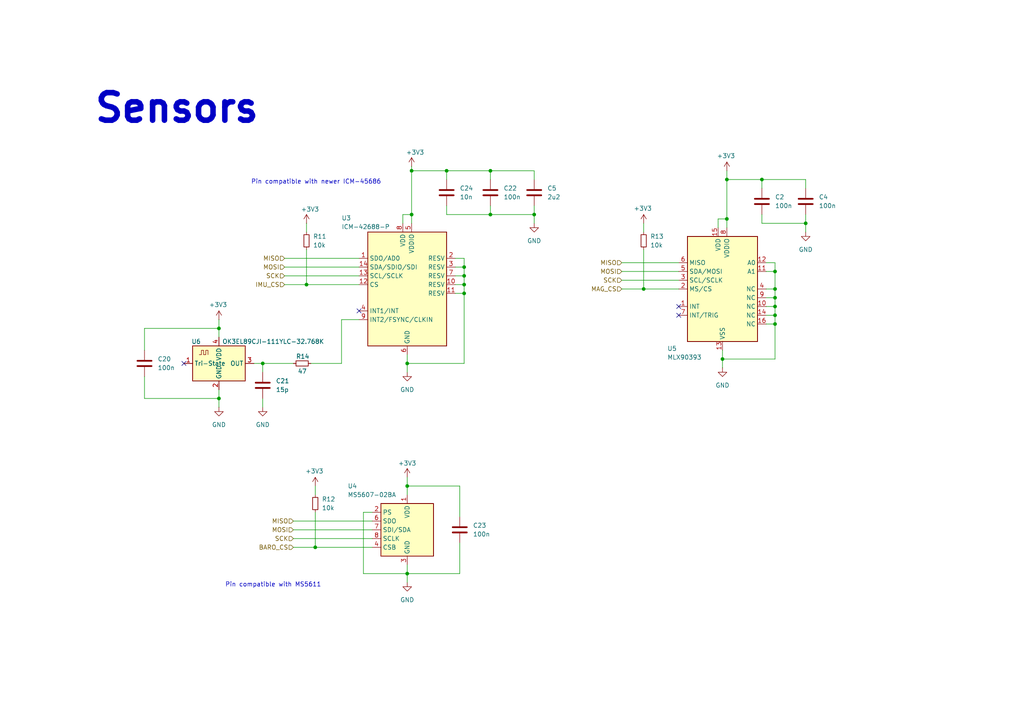
<source format=kicad_sch>
(kicad_sch
	(version 20231120)
	(generator "eeschema")
	(generator_version "8.0")
	(uuid "6bc1b7af-2582-444f-ba15-c7b0224207d2")
	(paper "A4")
	(lib_symbols
		(symbol "Device:C"
			(pin_numbers hide)
			(pin_names
				(offset 0.254)
			)
			(exclude_from_sim no)
			(in_bom yes)
			(on_board yes)
			(property "Reference" "C"
				(at 0.635 2.54 0)
				(effects
					(font
						(size 1.27 1.27)
					)
					(justify left)
				)
			)
			(property "Value" "C"
				(at 0.635 -2.54 0)
				(effects
					(font
						(size 1.27 1.27)
					)
					(justify left)
				)
			)
			(property "Footprint" ""
				(at 0.9652 -3.81 0)
				(effects
					(font
						(size 1.27 1.27)
					)
					(hide yes)
				)
			)
			(property "Datasheet" "~"
				(at 0 0 0)
				(effects
					(font
						(size 1.27 1.27)
					)
					(hide yes)
				)
			)
			(property "Description" "Unpolarized capacitor"
				(at 0 0 0)
				(effects
					(font
						(size 1.27 1.27)
					)
					(hide yes)
				)
			)
			(property "ki_keywords" "cap capacitor"
				(at 0 0 0)
				(effects
					(font
						(size 1.27 1.27)
					)
					(hide yes)
				)
			)
			(property "ki_fp_filters" "C_*"
				(at 0 0 0)
				(effects
					(font
						(size 1.27 1.27)
					)
					(hide yes)
				)
			)
			(symbol "C_0_1"
				(polyline
					(pts
						(xy -2.032 -0.762) (xy 2.032 -0.762)
					)
					(stroke
						(width 0.508)
						(type default)
					)
					(fill
						(type none)
					)
				)
				(polyline
					(pts
						(xy -2.032 0.762) (xy 2.032 0.762)
					)
					(stroke
						(width 0.508)
						(type default)
					)
					(fill
						(type none)
					)
				)
			)
			(symbol "C_1_1"
				(pin passive line
					(at 0 3.81 270)
					(length 2.794)
					(name "~"
						(effects
							(font
								(size 1.27 1.27)
							)
						)
					)
					(number "1"
						(effects
							(font
								(size 1.27 1.27)
							)
						)
					)
				)
				(pin passive line
					(at 0 -3.81 90)
					(length 2.794)
					(name "~"
						(effects
							(font
								(size 1.27 1.27)
							)
						)
					)
					(number "2"
						(effects
							(font
								(size 1.27 1.27)
							)
						)
					)
				)
			)
		)
		(symbol "Device:R_Small"
			(pin_numbers hide)
			(pin_names
				(offset 0.254) hide)
			(exclude_from_sim no)
			(in_bom yes)
			(on_board yes)
			(property "Reference" "R"
				(at 0.762 0.508 0)
				(effects
					(font
						(size 1.27 1.27)
					)
					(justify left)
				)
			)
			(property "Value" "R_Small"
				(at 0.762 -1.016 0)
				(effects
					(font
						(size 1.27 1.27)
					)
					(justify left)
				)
			)
			(property "Footprint" ""
				(at 0 0 0)
				(effects
					(font
						(size 1.27 1.27)
					)
					(hide yes)
				)
			)
			(property "Datasheet" "~"
				(at 0 0 0)
				(effects
					(font
						(size 1.27 1.27)
					)
					(hide yes)
				)
			)
			(property "Description" "Resistor, small symbol"
				(at 0 0 0)
				(effects
					(font
						(size 1.27 1.27)
					)
					(hide yes)
				)
			)
			(property "ki_keywords" "R resistor"
				(at 0 0 0)
				(effects
					(font
						(size 1.27 1.27)
					)
					(hide yes)
				)
			)
			(property "ki_fp_filters" "R_*"
				(at 0 0 0)
				(effects
					(font
						(size 1.27 1.27)
					)
					(hide yes)
				)
			)
			(symbol "R_Small_0_1"
				(rectangle
					(start -0.762 1.778)
					(end 0.762 -1.778)
					(stroke
						(width 0.2032)
						(type default)
					)
					(fill
						(type none)
					)
				)
			)
			(symbol "R_Small_1_1"
				(pin passive line
					(at 0 2.54 270)
					(length 0.762)
					(name "~"
						(effects
							(font
								(size 1.27 1.27)
							)
						)
					)
					(number "1"
						(effects
							(font
								(size 1.27 1.27)
							)
						)
					)
				)
				(pin passive line
					(at 0 -2.54 90)
					(length 0.762)
					(name "~"
						(effects
							(font
								(size 1.27 1.27)
							)
						)
					)
					(number "2"
						(effects
							(font
								(size 1.27 1.27)
							)
						)
					)
				)
			)
		)
		(symbol "Global_Library:ICM-42688-P"
			(exclude_from_sim no)
			(in_bom yes)
			(on_board yes)
			(property "Reference" "U"
				(at -10.922 8.636 0)
				(effects
					(font
						(size 1.27 1.27)
					)
				)
			)
			(property "Value" "ICM-42688-P"
				(at 11.938 -26.924 0)
				(effects
					(font
						(size 1.27 1.27)
					)
				)
			)
			(property "Footprint" "Package_LGA:Bosch_LGA-14_3x2.5mm_P0.5mm"
				(at -0.762 18.034 0)
				(effects
					(font
						(size 1.27 1.27)
					)
					(hide yes)
				)
			)
			(property "Datasheet" ""
				(at 0 0 0)
				(effects
					(font
						(size 1.27 1.27)
					)
					(hide yes)
				)
			)
			(property "Description" ""
				(at 0 0 0)
				(effects
					(font
						(size 1.27 1.27)
					)
					(hide yes)
				)
			)
			(symbol "ICM-42688-P_0_1"
				(rectangle
					(start -11.43 7.62)
					(end 11.43 -25.4)
					(stroke
						(width 0.254)
						(type default)
					)
					(fill
						(type background)
					)
				)
			)
			(symbol "ICM-42688-P_1_1"
				(pin input line
					(at -13.97 0 0)
					(length 2.54)
					(name "SDO/AD0"
						(effects
							(font
								(size 1.27 1.27)
							)
						)
					)
					(number "1"
						(effects
							(font
								(size 1.27 1.27)
							)
						)
					)
				)
				(pin input line
					(at 13.97 -7.62 180)
					(length 2.54)
					(name "RESV"
						(effects
							(font
								(size 1.27 1.27)
							)
						)
					)
					(number "10"
						(effects
							(font
								(size 1.27 1.27)
							)
						)
					)
				)
				(pin input line
					(at 13.97 -10.16 180)
					(length 2.54)
					(name "RESV"
						(effects
							(font
								(size 1.27 1.27)
							)
						)
					)
					(number "11"
						(effects
							(font
								(size 1.27 1.27)
							)
						)
					)
				)
				(pin input line
					(at -13.97 -7.62 0)
					(length 2.54)
					(name "CS"
						(effects
							(font
								(size 1.27 1.27)
							)
						)
					)
					(number "12"
						(effects
							(font
								(size 1.27 1.27)
							)
						)
					)
				)
				(pin input line
					(at -13.97 -5.08 0)
					(length 2.54)
					(name "SCL/SCLK"
						(effects
							(font
								(size 1.27 1.27)
							)
						)
					)
					(number "13"
						(effects
							(font
								(size 1.27 1.27)
							)
						)
					)
				)
				(pin input line
					(at -13.97 -2.54 0)
					(length 2.54)
					(name "SDA/SDIO/SDI"
						(effects
							(font
								(size 1.27 1.27)
							)
						)
					)
					(number "14"
						(effects
							(font
								(size 1.27 1.27)
							)
						)
					)
				)
				(pin input line
					(at 13.97 0 180)
					(length 2.54)
					(name "RESV"
						(effects
							(font
								(size 1.27 1.27)
							)
						)
					)
					(number "2"
						(effects
							(font
								(size 1.27 1.27)
							)
						)
					)
				)
				(pin input line
					(at 13.97 -2.54 180)
					(length 2.54)
					(name "RESV"
						(effects
							(font
								(size 1.27 1.27)
							)
						)
					)
					(number "3"
						(effects
							(font
								(size 1.27 1.27)
							)
						)
					)
				)
				(pin input line
					(at -13.97 -15.24 0)
					(length 2.54)
					(name "INT1/INT"
						(effects
							(font
								(size 1.27 1.27)
							)
						)
					)
					(number "4"
						(effects
							(font
								(size 1.27 1.27)
							)
						)
					)
				)
				(pin input line
					(at 1.27 10.16 270)
					(length 2.54)
					(name "VDDIO"
						(effects
							(font
								(size 1.27 1.27)
							)
						)
					)
					(number "5"
						(effects
							(font
								(size 1.27 1.27)
							)
						)
					)
				)
				(pin input line
					(at 0 -27.94 90)
					(length 2.54)
					(name "GND"
						(effects
							(font
								(size 1.27 1.27)
							)
						)
					)
					(number "6"
						(effects
							(font
								(size 1.27 1.27)
							)
						)
					)
				)
				(pin input line
					(at 13.97 -5.08 180)
					(length 2.54)
					(name "RESV"
						(effects
							(font
								(size 1.27 1.27)
							)
						)
					)
					(number "7"
						(effects
							(font
								(size 1.27 1.27)
							)
						)
					)
				)
				(pin input line
					(at -1.27 10.16 270)
					(length 2.54)
					(name "VDD"
						(effects
							(font
								(size 1.27 1.27)
							)
						)
					)
					(number "8"
						(effects
							(font
								(size 1.27 1.27)
							)
						)
					)
				)
				(pin input line
					(at -13.97 -17.78 0)
					(length 2.54)
					(name "INT2/FSYNC/CLKIN"
						(effects
							(font
								(size 1.27 1.27)
							)
						)
					)
					(number "9"
						(effects
							(font
								(size 1.27 1.27)
							)
						)
					)
				)
			)
		)
		(symbol "Global_Library:MLX90393"
			(exclude_from_sim no)
			(in_bom yes)
			(on_board yes)
			(property "Reference" "U"
				(at -9.652 8.636 0)
				(effects
					(font
						(size 1.27 1.27)
					)
				)
			)
			(property "Value" "MLX90393"
				(at 10.668 -24.384 0)
				(effects
					(font
						(size 1.27 1.27)
					)
				)
			)
			(property "Footprint" "Global_Library:MLX90393_Handsolder"
				(at -0.762 18.034 0)
				(effects
					(font
						(size 1.27 1.27)
					)
					(hide yes)
				)
			)
			(property "Datasheet" ""
				(at 0 0 0)
				(effects
					(font
						(size 1.27 1.27)
					)
					(hide yes)
				)
			)
			(property "Description" ""
				(at 0 0 0)
				(effects
					(font
						(size 1.27 1.27)
					)
					(hide yes)
				)
			)
			(symbol "MLX90393_0_1"
				(rectangle
					(start -10.16 7.62)
					(end 10.16 -22.86)
					(stroke
						(width 0.254)
						(type default)
					)
					(fill
						(type background)
					)
				)
			)
			(symbol "MLX90393_1_1"
				(pin input line
					(at -12.7 -12.7 0)
					(length 2.54)
					(name "INT"
						(effects
							(font
								(size 1.27 1.27)
							)
						)
					)
					(number "1"
						(effects
							(font
								(size 1.27 1.27)
							)
						)
					)
				)
				(pin input line
					(at 12.7 -12.7 180)
					(length 2.54)
					(name "NC"
						(effects
							(font
								(size 1.27 1.27)
							)
						)
					)
					(number "10"
						(effects
							(font
								(size 1.27 1.27)
							)
						)
					)
				)
				(pin input line
					(at 12.7 -2.54 180)
					(length 2.54)
					(name "A1"
						(effects
							(font
								(size 1.27 1.27)
							)
						)
					)
					(number "11"
						(effects
							(font
								(size 1.27 1.27)
							)
						)
					)
				)
				(pin input line
					(at 12.7 0 180)
					(length 2.54)
					(name "A0"
						(effects
							(font
								(size 1.27 1.27)
							)
						)
					)
					(number "12"
						(effects
							(font
								(size 1.27 1.27)
							)
						)
					)
				)
				(pin input line
					(at 0 -25.4 90)
					(length 2.54)
					(name "VSS"
						(effects
							(font
								(size 1.27 1.27)
							)
						)
					)
					(number "13"
						(effects
							(font
								(size 1.27 1.27)
							)
						)
					)
				)
				(pin input line
					(at 12.7 -15.24 180)
					(length 2.54)
					(name "NC"
						(effects
							(font
								(size 1.27 1.27)
							)
						)
					)
					(number "14"
						(effects
							(font
								(size 1.27 1.27)
							)
						)
					)
				)
				(pin input line
					(at -1.27 10.16 270)
					(length 2.54)
					(name "VDD"
						(effects
							(font
								(size 1.27 1.27)
							)
						)
					)
					(number "15"
						(effects
							(font
								(size 1.27 1.27)
							)
						)
					)
				)
				(pin input line
					(at 12.7 -17.78 180)
					(length 2.54)
					(name "NC"
						(effects
							(font
								(size 1.27 1.27)
							)
						)
					)
					(number "16"
						(effects
							(font
								(size 1.27 1.27)
							)
						)
					)
				)
				(pin input line
					(at -12.7 -7.62 0)
					(length 2.54)
					(name "MS/CS"
						(effects
							(font
								(size 1.27 1.27)
							)
						)
					)
					(number "2"
						(effects
							(font
								(size 1.27 1.27)
							)
						)
					)
				)
				(pin input line
					(at -12.7 -5.08 0)
					(length 2.54)
					(name "SCL/SCLK"
						(effects
							(font
								(size 1.27 1.27)
							)
						)
					)
					(number "3"
						(effects
							(font
								(size 1.27 1.27)
							)
						)
					)
				)
				(pin input line
					(at 12.7 -7.62 180)
					(length 2.54)
					(name "NC"
						(effects
							(font
								(size 1.27 1.27)
							)
						)
					)
					(number "4"
						(effects
							(font
								(size 1.27 1.27)
							)
						)
					)
				)
				(pin input line
					(at -12.7 -2.54 0)
					(length 2.54)
					(name "SDA/MOSI"
						(effects
							(font
								(size 1.27 1.27)
							)
						)
					)
					(number "5"
						(effects
							(font
								(size 1.27 1.27)
							)
						)
					)
				)
				(pin input line
					(at -12.7 0 0)
					(length 2.54)
					(name "MISO"
						(effects
							(font
								(size 1.27 1.27)
							)
						)
					)
					(number "6"
						(effects
							(font
								(size 1.27 1.27)
							)
						)
					)
				)
				(pin input line
					(at -12.7 -15.24 0)
					(length 2.54)
					(name "INT/TRIG"
						(effects
							(font
								(size 1.27 1.27)
							)
						)
					)
					(number "7"
						(effects
							(font
								(size 1.27 1.27)
							)
						)
					)
				)
				(pin input line
					(at 1.27 10.16 270)
					(length 2.54)
					(name "VDDIO"
						(effects
							(font
								(size 1.27 1.27)
							)
						)
					)
					(number "8"
						(effects
							(font
								(size 1.27 1.27)
							)
						)
					)
				)
				(pin input line
					(at 12.7 -10.16 180)
					(length 2.54)
					(name "NC"
						(effects
							(font
								(size 1.27 1.27)
							)
						)
					)
					(number "9"
						(effects
							(font
								(size 1.27 1.27)
							)
						)
					)
				)
			)
		)
		(symbol "Global_Library:OK252032.768KJBA4SL"
			(exclude_from_sim no)
			(in_bom yes)
			(on_board yes)
			(property "Reference" "U"
				(at -7.112 -16.51 0)
				(effects
					(font
						(size 1.27 1.27)
					)
				)
			)
			(property "Value" "OK252032.768KJBA4SL"
				(at 13.716 -29.464 0)
				(effects
					(font
						(size 1.27 1.27)
					)
				)
			)
			(property "Footprint" "Crystal:Crystal_SMD_2520-4Pin_2.5x2.0mm"
				(at 0 0 0)
				(effects
					(font
						(size 1.27 1.27)
					)
					(hide yes)
				)
			)
			(property "Datasheet" ""
				(at 0 0 0)
				(effects
					(font
						(size 1.27 1.27)
					)
					(hide yes)
				)
			)
			(property "Description" ""
				(at 0 0 0)
				(effects
					(font
						(size 1.27 1.27)
					)
					(hide yes)
				)
			)
			(symbol "OK252032.768KJBA4SL_0_1"
				(rectangle
					(start -7.62 -17.78)
					(end 7.62 -27.94)
					(stroke
						(width 0.254)
						(type default)
					)
					(fill
						(type background)
					)
				)
				(polyline
					(pts
						(xy -5.715 -20.32) (xy -5.08 -20.32) (xy -5.08 -19.05) (xy -4.445 -19.05) (xy -4.445 -20.32) (xy -3.81 -20.32)
						(xy -3.81 -19.05) (xy -3.175 -19.05) (xy -3.175 -20.32)
					)
					(stroke
						(width 0)
						(type default)
					)
					(fill
						(type none)
					)
				)
			)
			(symbol "OK252032.768KJBA4SL_1_1"
				(pin input line
					(at -10.16 -22.86 0)
					(length 2.54)
					(name "Tri-State"
						(effects
							(font
								(size 1.27 1.27)
							)
						)
					)
					(number "1"
						(effects
							(font
								(size 1.27 1.27)
							)
						)
					)
				)
				(pin power_in line
					(at 0 -30.48 90)
					(length 2.54)
					(name "GND"
						(effects
							(font
								(size 1.27 1.27)
							)
						)
					)
					(number "2"
						(effects
							(font
								(size 1.27 1.27)
							)
						)
					)
				)
				(pin output line
					(at 10.16 -22.86 180)
					(length 2.54)
					(name "OUT"
						(effects
							(font
								(size 1.27 1.27)
							)
						)
					)
					(number "3"
						(effects
							(font
								(size 1.27 1.27)
							)
						)
					)
				)
				(pin power_in line
					(at 0 -15.24 270)
					(length 2.54)
					(name "VDD"
						(effects
							(font
								(size 1.27 1.27)
							)
						)
					)
					(number "4"
						(effects
							(font
								(size 1.27 1.27)
							)
						)
					)
				)
			)
		)
		(symbol "Sensor_Pressure:MS5607-02BA"
			(exclude_from_sim no)
			(in_bom yes)
			(on_board yes)
			(property "Reference" "U"
				(at -6.35 8.89 0)
				(effects
					(font
						(size 1.27 1.27)
					)
				)
			)
			(property "Value" "MS5607-02BA"
				(at 7.62 8.89 0)
				(effects
					(font
						(size 1.27 1.27)
					)
				)
			)
			(property "Footprint" "Package_LGA:LGA-8_3x5mm_P1.25mm"
				(at 0 0 0)
				(effects
					(font
						(size 1.27 1.27)
					)
					(hide yes)
				)
			)
			(property "Datasheet" "https://www.te.com/commerce/DocumentDelivery/DDEController?Action=showdoc&DocId=Data+Sheet%7FMS5607-02BA03%7FB2%7Fpdf%7FEnglish%7FENG_DS_MS5607-02BA03_B2.pdf%7FCAT-BLPS0035"
				(at 0 0 0)
				(effects
					(font
						(size 1.27 1.27)
					)
					(hide yes)
				)
			)
			(property "Description" "Barometric pressure sensor, 20cm resolution, 10 to 1200 mbar, I2C and SPI interface up to 20MHz, LGA-8"
				(at 0 0 0)
				(effects
					(font
						(size 1.27 1.27)
					)
					(hide yes)
				)
			)
			(property "ki_keywords" "pressure SPI I2C"
				(at 0 0 0)
				(effects
					(font
						(size 1.27 1.27)
					)
					(hide yes)
				)
			)
			(property "ki_fp_filters" "LGA*3x5mm*P1.25mm*"
				(at 0 0 0)
				(effects
					(font
						(size 1.27 1.27)
					)
					(hide yes)
				)
			)
			(symbol "MS5607-02BA_0_1"
				(rectangle
					(start -7.62 7.62)
					(end 7.62 -7.62)
					(stroke
						(width 0.254)
						(type default)
					)
					(fill
						(type background)
					)
				)
			)
			(symbol "MS5607-02BA_1_1"
				(pin power_in line
					(at 0 10.16 270)
					(length 2.54)
					(name "VDD"
						(effects
							(font
								(size 1.27 1.27)
							)
						)
					)
					(number "1"
						(effects
							(font
								(size 1.27 1.27)
							)
						)
					)
				)
				(pin input line
					(at -10.16 5.08 0)
					(length 2.54)
					(name "PS"
						(effects
							(font
								(size 1.27 1.27)
							)
						)
					)
					(number "2"
						(effects
							(font
								(size 1.27 1.27)
							)
						)
					)
				)
				(pin power_in line
					(at 0 -10.16 90)
					(length 2.54)
					(name "GND"
						(effects
							(font
								(size 1.27 1.27)
							)
						)
					)
					(number "3"
						(effects
							(font
								(size 1.27 1.27)
							)
						)
					)
				)
				(pin input line
					(at -10.16 -5.08 0)
					(length 2.54)
					(name "CSB"
						(effects
							(font
								(size 1.27 1.27)
							)
						)
					)
					(number "4"
						(effects
							(font
								(size 1.27 1.27)
							)
						)
					)
				)
				(pin input line
					(at -10.16 -5.08 0)
					(length 2.54) hide
					(name "CSB"
						(effects
							(font
								(size 1.27 1.27)
							)
						)
					)
					(number "5"
						(effects
							(font
								(size 1.27 1.27)
							)
						)
					)
				)
				(pin output line
					(at -10.16 2.54 0)
					(length 2.54)
					(name "SDO"
						(effects
							(font
								(size 1.27 1.27)
							)
						)
					)
					(number "6"
						(effects
							(font
								(size 1.27 1.27)
							)
						)
					)
				)
				(pin bidirectional line
					(at -10.16 0 0)
					(length 2.54)
					(name "SDI/SDA"
						(effects
							(font
								(size 1.27 1.27)
							)
						)
					)
					(number "7"
						(effects
							(font
								(size 1.27 1.27)
							)
						)
					)
				)
				(pin input line
					(at -10.16 -2.54 0)
					(length 2.54)
					(name "SCLK"
						(effects
							(font
								(size 1.27 1.27)
							)
						)
					)
					(number "8"
						(effects
							(font
								(size 1.27 1.27)
							)
						)
					)
				)
			)
		)
		(symbol "power:+3.3V"
			(power)
			(pin_numbers hide)
			(pin_names
				(offset 0) hide)
			(exclude_from_sim no)
			(in_bom yes)
			(on_board yes)
			(property "Reference" "#PWR"
				(at 0 -3.81 0)
				(effects
					(font
						(size 1.27 1.27)
					)
					(hide yes)
				)
			)
			(property "Value" "+3.3V"
				(at 0 3.556 0)
				(effects
					(font
						(size 1.27 1.27)
					)
				)
			)
			(property "Footprint" ""
				(at 0 0 0)
				(effects
					(font
						(size 1.27 1.27)
					)
					(hide yes)
				)
			)
			(property "Datasheet" ""
				(at 0 0 0)
				(effects
					(font
						(size 1.27 1.27)
					)
					(hide yes)
				)
			)
			(property "Description" "Power symbol creates a global label with name \"+3.3V\""
				(at 0 0 0)
				(effects
					(font
						(size 1.27 1.27)
					)
					(hide yes)
				)
			)
			(property "ki_keywords" "global power"
				(at 0 0 0)
				(effects
					(font
						(size 1.27 1.27)
					)
					(hide yes)
				)
			)
			(symbol "+3.3V_0_1"
				(polyline
					(pts
						(xy -0.762 1.27) (xy 0 2.54)
					)
					(stroke
						(width 0)
						(type default)
					)
					(fill
						(type none)
					)
				)
				(polyline
					(pts
						(xy 0 0) (xy 0 2.54)
					)
					(stroke
						(width 0)
						(type default)
					)
					(fill
						(type none)
					)
				)
				(polyline
					(pts
						(xy 0 2.54) (xy 0.762 1.27)
					)
					(stroke
						(width 0)
						(type default)
					)
					(fill
						(type none)
					)
				)
			)
			(symbol "+3.3V_1_1"
				(pin power_in line
					(at 0 0 90)
					(length 0)
					(name "~"
						(effects
							(font
								(size 1.27 1.27)
							)
						)
					)
					(number "1"
						(effects
							(font
								(size 1.27 1.27)
							)
						)
					)
				)
			)
		)
		(symbol "power:GND"
			(power)
			(pin_numbers hide)
			(pin_names
				(offset 0) hide)
			(exclude_from_sim no)
			(in_bom yes)
			(on_board yes)
			(property "Reference" "#PWR"
				(at 0 -6.35 0)
				(effects
					(font
						(size 1.27 1.27)
					)
					(hide yes)
				)
			)
			(property "Value" "GND"
				(at 0 -3.81 0)
				(effects
					(font
						(size 1.27 1.27)
					)
				)
			)
			(property "Footprint" ""
				(at 0 0 0)
				(effects
					(font
						(size 1.27 1.27)
					)
					(hide yes)
				)
			)
			(property "Datasheet" ""
				(at 0 0 0)
				(effects
					(font
						(size 1.27 1.27)
					)
					(hide yes)
				)
			)
			(property "Description" "Power symbol creates a global label with name \"GND\" , ground"
				(at 0 0 0)
				(effects
					(font
						(size 1.27 1.27)
					)
					(hide yes)
				)
			)
			(property "ki_keywords" "global power"
				(at 0 0 0)
				(effects
					(font
						(size 1.27 1.27)
					)
					(hide yes)
				)
			)
			(symbol "GND_0_1"
				(polyline
					(pts
						(xy 0 0) (xy 0 -1.27) (xy 1.27 -1.27) (xy 0 -2.54) (xy -1.27 -1.27) (xy 0 -1.27)
					)
					(stroke
						(width 0)
						(type default)
					)
					(fill
						(type none)
					)
				)
			)
			(symbol "GND_1_1"
				(pin power_in line
					(at 0 0 270)
					(length 0)
					(name "~"
						(effects
							(font
								(size 1.27 1.27)
							)
						)
					)
					(number "1"
						(effects
							(font
								(size 1.27 1.27)
							)
						)
					)
				)
			)
		)
	)
	(junction
		(at 118.11 166.37)
		(diameter 0)
		(color 0 0 0 0)
		(uuid "05f4d7d8-5a6a-46f8-bab5-0e247d9702cc")
	)
	(junction
		(at 224.79 93.98)
		(diameter 0)
		(color 0 0 0 0)
		(uuid "0ec7103b-2268-4dc2-9115-51b306e43ed5")
	)
	(junction
		(at 134.62 85.09)
		(diameter 0)
		(color 0 0 0 0)
		(uuid "1339983a-ec8a-4732-9d63-48a6d8532fa3")
	)
	(junction
		(at 63.5 115.57)
		(diameter 0)
		(color 0 0 0 0)
		(uuid "175b2753-f2b1-413b-8bc0-2ec0a8a6e419")
	)
	(junction
		(at 233.68 64.77)
		(diameter 0)
		(color 0 0 0 0)
		(uuid "285fabce-d7ec-4720-ac95-367e5e947624")
	)
	(junction
		(at 134.62 80.01)
		(diameter 0)
		(color 0 0 0 0)
		(uuid "486083ed-b91d-4f10-b737-ee6df822f471")
	)
	(junction
		(at 91.44 158.75)
		(diameter 0)
		(color 0 0 0 0)
		(uuid "4e8433df-74f5-4b2f-a5de-4ea7cbca0611")
	)
	(junction
		(at 209.55 104.14)
		(diameter 0)
		(color 0 0 0 0)
		(uuid "56f13e25-8a03-4b23-bccd-e4a93b82c948")
	)
	(junction
		(at 142.24 62.23)
		(diameter 0)
		(color 0 0 0 0)
		(uuid "66122f63-87b8-4a19-9982-cf33cdc28cb8")
	)
	(junction
		(at 210.82 63.5)
		(diameter 0)
		(color 0 0 0 0)
		(uuid "6fa71ccd-4ceb-4b2f-b8c8-7c57e0f3048c")
	)
	(junction
		(at 119.38 49.53)
		(diameter 0)
		(color 0 0 0 0)
		(uuid "79ce84b4-f98a-4435-8666-5b46d5140db7")
	)
	(junction
		(at 224.79 88.9)
		(diameter 0)
		(color 0 0 0 0)
		(uuid "7e1f8348-ea31-443e-9f80-9b93330494b6")
	)
	(junction
		(at 142.24 49.53)
		(diameter 0)
		(color 0 0 0 0)
		(uuid "84c7f53e-8109-42c4-83c2-3178aa233c41")
	)
	(junction
		(at 118.11 140.97)
		(diameter 0)
		(color 0 0 0 0)
		(uuid "84d18607-f7e9-4c64-b0fa-47a5ebb0ee02")
	)
	(junction
		(at 224.79 91.44)
		(diameter 0)
		(color 0 0 0 0)
		(uuid "8a22f2be-2eef-4567-806c-ad64e82a11aa")
	)
	(junction
		(at 224.79 83.82)
		(diameter 0)
		(color 0 0 0 0)
		(uuid "8f0a8650-5a30-4050-80be-b02d8ef4234c")
	)
	(junction
		(at 220.98 52.07)
		(diameter 0)
		(color 0 0 0 0)
		(uuid "99f6254a-99cf-415e-86dc-941d8ac1b3dc")
	)
	(junction
		(at 118.11 105.41)
		(diameter 0)
		(color 0 0 0 0)
		(uuid "9c6441f9-c9be-4744-b9d9-9ecf58053677")
	)
	(junction
		(at 134.62 82.55)
		(diameter 0)
		(color 0 0 0 0)
		(uuid "a1b1df55-1abe-49d6-91b4-a42995bac0a0")
	)
	(junction
		(at 224.79 86.36)
		(diameter 0)
		(color 0 0 0 0)
		(uuid "af1cdede-d793-4f41-88ee-78411cf1752a")
	)
	(junction
		(at 88.9 82.55)
		(diameter 0)
		(color 0 0 0 0)
		(uuid "b1656d1b-c2ff-4350-9895-2c28dd9b2837")
	)
	(junction
		(at 134.62 77.47)
		(diameter 0)
		(color 0 0 0 0)
		(uuid "bb2e89ce-8b47-4b6a-a890-6d88466bffc4")
	)
	(junction
		(at 76.2 105.41)
		(diameter 0)
		(color 0 0 0 0)
		(uuid "c674ce82-c12c-4fda-9308-df152c970f2c")
	)
	(junction
		(at 186.69 83.82)
		(diameter 0)
		(color 0 0 0 0)
		(uuid "cae9d0a2-6775-4ebc-aa96-d1c4895d57df")
	)
	(junction
		(at 63.5 95.25)
		(diameter 0)
		(color 0 0 0 0)
		(uuid "d009db4e-1170-4741-be2b-18aa11d03996")
	)
	(junction
		(at 210.82 52.07)
		(diameter 0)
		(color 0 0 0 0)
		(uuid "e5c9c48b-f75b-4145-882d-6142c9a58f7a")
	)
	(junction
		(at 119.38 62.23)
		(diameter 0)
		(color 0 0 0 0)
		(uuid "ecc52879-c0f8-4163-85d9-84503df4e28c")
	)
	(junction
		(at 224.79 78.74)
		(diameter 0)
		(color 0 0 0 0)
		(uuid "ee35a306-712e-4f21-8fd1-5e62a0d7f838")
	)
	(junction
		(at 154.94 62.23)
		(diameter 0)
		(color 0 0 0 0)
		(uuid "f5e4fdde-3415-4824-9391-d4320579d02b")
	)
	(junction
		(at 129.54 49.53)
		(diameter 0)
		(color 0 0 0 0)
		(uuid "fa695cdd-0e8f-48ba-ae06-e07c7936111b")
	)
	(no_connect
		(at 196.85 88.9)
		(uuid "3518f9e7-e521-4e9a-9a2e-3cb24410ddbf")
	)
	(no_connect
		(at 196.85 91.44)
		(uuid "646bac4c-7a31-477f-ab9b-31408db7e5f1")
	)
	(no_connect
		(at 53.34 105.41)
		(uuid "ae9a2b20-e865-4c56-bbf6-8a03e72c5810")
	)
	(no_connect
		(at 104.14 90.17)
		(uuid "d722b823-bc1f-4649-95b8-76ae2ac850f9")
	)
	(wire
		(pts
			(xy 154.94 64.77) (xy 154.94 62.23)
		)
		(stroke
			(width 0)
			(type default)
		)
		(uuid "035e713c-2889-4bc2-9d56-f90c8dc82fdc")
	)
	(wire
		(pts
			(xy 118.11 138.43) (xy 118.11 140.97)
		)
		(stroke
			(width 0)
			(type default)
		)
		(uuid "04de2313-fc7a-45f7-9d42-2a442d8c09c7")
	)
	(wire
		(pts
			(xy 116.84 62.23) (xy 116.84 64.77)
		)
		(stroke
			(width 0)
			(type default)
		)
		(uuid "0fee58aa-299a-4280-877b-1a4f2145dee9")
	)
	(wire
		(pts
			(xy 220.98 52.07) (xy 220.98 54.61)
		)
		(stroke
			(width 0)
			(type default)
		)
		(uuid "101f5b03-70cf-41ce-a2f5-d1773133b8db")
	)
	(wire
		(pts
			(xy 63.5 95.25) (xy 63.5 97.79)
		)
		(stroke
			(width 0)
			(type default)
		)
		(uuid "10e0f421-fa01-429f-8786-ff6caf2b62dd")
	)
	(wire
		(pts
			(xy 118.11 107.95) (xy 118.11 105.41)
		)
		(stroke
			(width 0)
			(type default)
		)
		(uuid "10feda66-ba3d-4188-bdc0-32dc2a7e3005")
	)
	(wire
		(pts
			(xy 224.79 88.9) (xy 222.25 88.9)
		)
		(stroke
			(width 0)
			(type default)
		)
		(uuid "17778112-6e17-4c54-abe3-7c29d1c9cbf6")
	)
	(wire
		(pts
			(xy 142.24 62.23) (xy 142.24 59.69)
		)
		(stroke
			(width 0)
			(type default)
		)
		(uuid "17ed2acd-3548-4433-b401-e8e092d4dc47")
	)
	(wire
		(pts
			(xy 90.17 105.41) (xy 99.06 105.41)
		)
		(stroke
			(width 0)
			(type default)
		)
		(uuid "18ea76f6-9a9c-4a90-adc0-810bab24f9ea")
	)
	(wire
		(pts
			(xy 208.28 63.5) (xy 210.82 63.5)
		)
		(stroke
			(width 0)
			(type default)
		)
		(uuid "192486d1-55cd-49e6-9926-a334220bc282")
	)
	(wire
		(pts
			(xy 224.79 83.82) (xy 224.79 86.36)
		)
		(stroke
			(width 0)
			(type default)
		)
		(uuid "19ad0625-79ea-489d-b0f6-8b82d5d70241")
	)
	(wire
		(pts
			(xy 85.09 158.75) (xy 91.44 158.75)
		)
		(stroke
			(width 0)
			(type default)
		)
		(uuid "19cff472-432b-45df-9cb3-b233729723f1")
	)
	(wire
		(pts
			(xy 99.06 92.71) (xy 104.14 92.71)
		)
		(stroke
			(width 0)
			(type default)
		)
		(uuid "1efa34dc-e775-4543-bb4f-bdea1a004a53")
	)
	(wire
		(pts
			(xy 41.91 95.25) (xy 41.91 101.6)
		)
		(stroke
			(width 0)
			(type default)
		)
		(uuid "214554f6-c740-432c-bb8b-07d001097873")
	)
	(wire
		(pts
			(xy 224.79 83.82) (xy 222.25 83.82)
		)
		(stroke
			(width 0)
			(type default)
		)
		(uuid "2225bc2a-3eb8-4e66-8f6a-8519bd6d02d5")
	)
	(wire
		(pts
			(xy 224.79 91.44) (xy 222.25 91.44)
		)
		(stroke
			(width 0)
			(type default)
		)
		(uuid "2c7cc9cf-baea-494d-90b1-b2b35369fdb6")
	)
	(wire
		(pts
			(xy 76.2 105.41) (xy 85.09 105.41)
		)
		(stroke
			(width 0)
			(type default)
		)
		(uuid "30c6362f-f9a5-41b6-b67a-2223865ce9a2")
	)
	(wire
		(pts
			(xy 222.25 78.74) (xy 224.79 78.74)
		)
		(stroke
			(width 0)
			(type default)
		)
		(uuid "3449ec47-3032-41b9-92ca-c01888d34542")
	)
	(wire
		(pts
			(xy 220.98 64.77) (xy 220.98 62.23)
		)
		(stroke
			(width 0)
			(type default)
		)
		(uuid "35bfa2dc-aa41-4d11-95e8-d5a4083d0a92")
	)
	(wire
		(pts
			(xy 41.91 115.57) (xy 41.91 109.22)
		)
		(stroke
			(width 0)
			(type default)
		)
		(uuid "37dcaa3c-bbf3-4d03-8341-39f39f61879d")
	)
	(wire
		(pts
			(xy 209.55 104.14) (xy 209.55 101.6)
		)
		(stroke
			(width 0)
			(type default)
		)
		(uuid "3ab8726d-41ba-41c9-ab64-1acd42695518")
	)
	(wire
		(pts
			(xy 233.68 52.07) (xy 233.68 54.61)
		)
		(stroke
			(width 0)
			(type default)
		)
		(uuid "3c006e36-98c3-4153-914c-4fec2a6427f5")
	)
	(wire
		(pts
			(xy 180.34 76.2) (xy 196.85 76.2)
		)
		(stroke
			(width 0)
			(type default)
		)
		(uuid "3c0c32eb-e1fe-440a-b20a-5af31d7efa1e")
	)
	(wire
		(pts
			(xy 105.41 148.59) (xy 105.41 166.37)
		)
		(stroke
			(width 0)
			(type default)
		)
		(uuid "3cb5f7ec-c5b5-41f5-9460-56e43f7b0143")
	)
	(wire
		(pts
			(xy 134.62 74.93) (xy 134.62 77.47)
		)
		(stroke
			(width 0)
			(type default)
		)
		(uuid "4273ff9a-23f6-4b6e-8378-ebf4d4b4e4d9")
	)
	(wire
		(pts
			(xy 224.79 86.36) (xy 224.79 88.9)
		)
		(stroke
			(width 0)
			(type default)
		)
		(uuid "469bfee3-9be6-4728-84e5-9ef4b2501c4b")
	)
	(wire
		(pts
			(xy 142.24 49.53) (xy 154.94 49.53)
		)
		(stroke
			(width 0)
			(type default)
		)
		(uuid "4829298f-7bbe-41b6-ba5d-59087d11644e")
	)
	(wire
		(pts
			(xy 132.08 85.09) (xy 134.62 85.09)
		)
		(stroke
			(width 0)
			(type default)
		)
		(uuid "48fc95c6-7bc4-48dc-ac17-229d42719517")
	)
	(wire
		(pts
			(xy 142.24 49.53) (xy 142.24 52.07)
		)
		(stroke
			(width 0)
			(type default)
		)
		(uuid "4ef5c908-f689-4fda-a658-65fdd6796c8b")
	)
	(wire
		(pts
			(xy 119.38 49.53) (xy 129.54 49.53)
		)
		(stroke
			(width 0)
			(type default)
		)
		(uuid "55154438-9477-4951-bd56-d30c05ffb8c9")
	)
	(wire
		(pts
			(xy 208.28 63.5) (xy 208.28 66.04)
		)
		(stroke
			(width 0)
			(type default)
		)
		(uuid "593869d3-f680-4014-82b2-2754cae3d816")
	)
	(wire
		(pts
			(xy 119.38 48.26) (xy 119.38 49.53)
		)
		(stroke
			(width 0)
			(type default)
		)
		(uuid "5c16cb21-0ac2-4310-b570-a4861ec57646")
	)
	(wire
		(pts
			(xy 154.94 49.53) (xy 154.94 52.07)
		)
		(stroke
			(width 0)
			(type default)
		)
		(uuid "6662bae8-7ad1-4084-be7d-2317c162e350")
	)
	(wire
		(pts
			(xy 76.2 107.95) (xy 76.2 105.41)
		)
		(stroke
			(width 0)
			(type default)
		)
		(uuid "6a72b69a-45e2-4402-bb11-7c3a0a980dbd")
	)
	(wire
		(pts
			(xy 180.34 78.74) (xy 196.85 78.74)
		)
		(stroke
			(width 0)
			(type default)
		)
		(uuid "6b01201b-60ae-402e-acc8-b23e7c472fc1")
	)
	(wire
		(pts
			(xy 186.69 72.39) (xy 186.69 83.82)
		)
		(stroke
			(width 0)
			(type default)
		)
		(uuid "6c148fd9-ecc7-4c7f-8641-c2b7d2ab8fde")
	)
	(wire
		(pts
			(xy 134.62 82.55) (xy 134.62 80.01)
		)
		(stroke
			(width 0)
			(type default)
		)
		(uuid "6c59d0cb-4cd7-4bf4-a60a-8d4e7c91b40a")
	)
	(wire
		(pts
			(xy 82.55 74.93) (xy 104.14 74.93)
		)
		(stroke
			(width 0)
			(type default)
		)
		(uuid "6cdc6962-3b9f-4851-9e44-e02edeee4092")
	)
	(wire
		(pts
			(xy 134.62 105.41) (xy 134.62 85.09)
		)
		(stroke
			(width 0)
			(type default)
		)
		(uuid "6ddf2cb4-e178-4219-a81c-ac09eb4a1a46")
	)
	(wire
		(pts
			(xy 224.79 78.74) (xy 224.79 83.82)
		)
		(stroke
			(width 0)
			(type default)
		)
		(uuid "725cfb51-375c-4a64-8cf3-abd69897bcbf")
	)
	(wire
		(pts
			(xy 209.55 106.68) (xy 209.55 104.14)
		)
		(stroke
			(width 0)
			(type default)
		)
		(uuid "73a29d8b-9221-4fe7-9d71-741c1ce902ad")
	)
	(wire
		(pts
			(xy 91.44 140.97) (xy 91.44 143.51)
		)
		(stroke
			(width 0)
			(type default)
		)
		(uuid "7886c89e-274e-4307-ba1c-d68eaa39c077")
	)
	(wire
		(pts
			(xy 154.94 59.69) (xy 154.94 62.23)
		)
		(stroke
			(width 0)
			(type default)
		)
		(uuid "7bf33197-0a24-4977-bc26-f5ed32d2bc72")
	)
	(wire
		(pts
			(xy 63.5 118.11) (xy 63.5 115.57)
		)
		(stroke
			(width 0)
			(type default)
		)
		(uuid "7d1ca831-b02f-424f-ad69-b1623257c7a1")
	)
	(wire
		(pts
			(xy 129.54 49.53) (xy 142.24 49.53)
		)
		(stroke
			(width 0)
			(type default)
		)
		(uuid "7d975f31-d9ef-4618-9b6d-98b2fe043c99")
	)
	(wire
		(pts
			(xy 186.69 83.82) (xy 196.85 83.82)
		)
		(stroke
			(width 0)
			(type default)
		)
		(uuid "85a45317-d4b0-4233-917b-1f223c0c6cca")
	)
	(wire
		(pts
			(xy 118.11 105.41) (xy 118.11 102.87)
		)
		(stroke
			(width 0)
			(type default)
		)
		(uuid "866680bd-78ac-4042-8c96-f5c468abdd66")
	)
	(wire
		(pts
			(xy 132.08 74.93) (xy 134.62 74.93)
		)
		(stroke
			(width 0)
			(type default)
		)
		(uuid "8867a93b-8574-40ad-85fd-9348270b1179")
	)
	(wire
		(pts
			(xy 133.35 157.48) (xy 133.35 166.37)
		)
		(stroke
			(width 0)
			(type default)
		)
		(uuid "88c48bec-3657-4472-8d6c-ba8c3ea69f30")
	)
	(wire
		(pts
			(xy 186.69 64.77) (xy 186.69 67.31)
		)
		(stroke
			(width 0)
			(type default)
		)
		(uuid "8b7de6a6-9b3c-4698-98c6-000baaa11c08")
	)
	(wire
		(pts
			(xy 224.79 76.2) (xy 224.79 78.74)
		)
		(stroke
			(width 0)
			(type default)
		)
		(uuid "9094015e-c5ec-4833-9d06-e198bf3dd0c0")
	)
	(wire
		(pts
			(xy 88.9 82.55) (xy 104.14 82.55)
		)
		(stroke
			(width 0)
			(type default)
		)
		(uuid "92b97f6a-f23d-4ed3-879d-20d12c78b108")
	)
	(wire
		(pts
			(xy 105.41 166.37) (xy 118.11 166.37)
		)
		(stroke
			(width 0)
			(type default)
		)
		(uuid "93ffc5c7-507e-4af9-82fb-94ae1d85cc89")
	)
	(wire
		(pts
			(xy 154.94 62.23) (xy 142.24 62.23)
		)
		(stroke
			(width 0)
			(type default)
		)
		(uuid "994c27bb-80a1-4088-913e-786119d9533a")
	)
	(wire
		(pts
			(xy 210.82 52.07) (xy 220.98 52.07)
		)
		(stroke
			(width 0)
			(type default)
		)
		(uuid "9a08ab46-2b53-4d96-93a5-f087fc84d7c0")
	)
	(wire
		(pts
			(xy 118.11 163.83) (xy 118.11 166.37)
		)
		(stroke
			(width 0)
			(type default)
		)
		(uuid "9b856846-50bb-46d8-abd3-fcbb2af1ca95")
	)
	(wire
		(pts
			(xy 224.79 88.9) (xy 224.79 91.44)
		)
		(stroke
			(width 0)
			(type default)
		)
		(uuid "9bed36b5-5ce8-4c2b-9528-465ffc6c4fc6")
	)
	(wire
		(pts
			(xy 88.9 72.39) (xy 88.9 82.55)
		)
		(stroke
			(width 0)
			(type default)
		)
		(uuid "9c60545d-0f88-43fe-a52f-5a7ffd7bd3e4")
	)
	(wire
		(pts
			(xy 107.95 148.59) (xy 105.41 148.59)
		)
		(stroke
			(width 0)
			(type default)
		)
		(uuid "9ef488ef-d93c-4336-8f80-10463ee63113")
	)
	(wire
		(pts
			(xy 233.68 67.31) (xy 233.68 64.77)
		)
		(stroke
			(width 0)
			(type default)
		)
		(uuid "a38c3f73-f23c-4c7a-9718-dd09c9dcf1dd")
	)
	(wire
		(pts
			(xy 88.9 64.77) (xy 88.9 67.31)
		)
		(stroke
			(width 0)
			(type default)
		)
		(uuid "a3e76b86-a6f4-4119-b82a-bdacfd299e36")
	)
	(wire
		(pts
			(xy 129.54 49.53) (xy 129.54 52.07)
		)
		(stroke
			(width 0)
			(type default)
		)
		(uuid "a6835e80-ed3e-4343-9833-7b1b1d4203b9")
	)
	(wire
		(pts
			(xy 118.11 140.97) (xy 118.11 143.51)
		)
		(stroke
			(width 0)
			(type default)
		)
		(uuid "b04dc7d9-4ecc-4c4f-a525-f76e84d2da8b")
	)
	(wire
		(pts
			(xy 220.98 52.07) (xy 233.68 52.07)
		)
		(stroke
			(width 0)
			(type default)
		)
		(uuid "b1faa7c2-4b85-4e96-8443-8f7adc806857")
	)
	(wire
		(pts
			(xy 210.82 52.07) (xy 210.82 63.5)
		)
		(stroke
			(width 0)
			(type default)
		)
		(uuid "b2ee47ff-b3a6-4721-968c-a487b2de41a8")
	)
	(wire
		(pts
			(xy 82.55 80.01) (xy 104.14 80.01)
		)
		(stroke
			(width 0)
			(type default)
		)
		(uuid "b36c7f08-337e-4e87-9918-fb1d45da5f0f")
	)
	(wire
		(pts
			(xy 119.38 49.53) (xy 119.38 62.23)
		)
		(stroke
			(width 0)
			(type default)
		)
		(uuid "b3b4ff11-cfce-432c-9a14-c61b2a70f21f")
	)
	(wire
		(pts
			(xy 118.11 166.37) (xy 118.11 168.91)
		)
		(stroke
			(width 0)
			(type default)
		)
		(uuid "b4680a45-de7e-46ec-8d5f-f13950f1c0f8")
	)
	(wire
		(pts
			(xy 63.5 92.71) (xy 63.5 95.25)
		)
		(stroke
			(width 0)
			(type default)
		)
		(uuid "b7a71c77-4a71-4a60-b64d-f1cbf4f7551f")
	)
	(wire
		(pts
			(xy 133.35 140.97) (xy 133.35 149.86)
		)
		(stroke
			(width 0)
			(type default)
		)
		(uuid "b7d22f85-910c-4dba-afa0-0ba4f41281dd")
	)
	(wire
		(pts
			(xy 180.34 83.82) (xy 186.69 83.82)
		)
		(stroke
			(width 0)
			(type default)
		)
		(uuid "b8625fe4-0e71-47f5-866c-01059f1fef93")
	)
	(wire
		(pts
			(xy 224.79 93.98) (xy 222.25 93.98)
		)
		(stroke
			(width 0)
			(type default)
		)
		(uuid "bc008c5f-b28b-4c31-8c85-301e145e2526")
	)
	(wire
		(pts
			(xy 224.79 91.44) (xy 224.79 93.98)
		)
		(stroke
			(width 0)
			(type default)
		)
		(uuid "bdb04425-5daf-43ee-9efe-10189f3e8bf6")
	)
	(wire
		(pts
			(xy 134.62 85.09) (xy 134.62 82.55)
		)
		(stroke
			(width 0)
			(type default)
		)
		(uuid "c1165dbc-1b34-4fee-ac14-413ead3c4625")
	)
	(wire
		(pts
			(xy 233.68 64.77) (xy 220.98 64.77)
		)
		(stroke
			(width 0)
			(type default)
		)
		(uuid "c451a5ab-a3c9-490c-b71d-0f9f22eb6b6d")
	)
	(wire
		(pts
			(xy 63.5 115.57) (xy 41.91 115.57)
		)
		(stroke
			(width 0)
			(type default)
		)
		(uuid "c47ec45f-9416-483c-85ed-eebca5df531f")
	)
	(wire
		(pts
			(xy 233.68 62.23) (xy 233.68 64.77)
		)
		(stroke
			(width 0)
			(type default)
		)
		(uuid "c7d558f9-08ab-4997-8b0c-fe227ebfb4d3")
	)
	(wire
		(pts
			(xy 82.55 77.47) (xy 104.14 77.47)
		)
		(stroke
			(width 0)
			(type default)
		)
		(uuid "c86ca4c3-1a2e-4192-86ea-ec97fc1a5338")
	)
	(wire
		(pts
			(xy 129.54 59.69) (xy 129.54 62.23)
		)
		(stroke
			(width 0)
			(type default)
		)
		(uuid "ca2b30c2-7461-4177-bacd-f282304ea7b9")
	)
	(wire
		(pts
			(xy 63.5 95.25) (xy 41.91 95.25)
		)
		(stroke
			(width 0)
			(type default)
		)
		(uuid "cfb18460-96ea-451c-84c1-a4c8ce9ca619")
	)
	(wire
		(pts
			(xy 224.79 104.14) (xy 209.55 104.14)
		)
		(stroke
			(width 0)
			(type default)
		)
		(uuid "d09af846-56f4-473b-a157-22278fd8a64b")
	)
	(wire
		(pts
			(xy 132.08 77.47) (xy 134.62 77.47)
		)
		(stroke
			(width 0)
			(type default)
		)
		(uuid "d3db272f-e612-455f-9df5-211f54e19d67")
	)
	(wire
		(pts
			(xy 63.5 115.57) (xy 63.5 113.03)
		)
		(stroke
			(width 0)
			(type default)
		)
		(uuid "d5ab586e-2fe3-40ba-8761-65fe282914e2")
	)
	(wire
		(pts
			(xy 224.79 93.98) (xy 224.79 104.14)
		)
		(stroke
			(width 0)
			(type default)
		)
		(uuid "d5bdcb89-b2ea-4703-8539-2991c5bba5ac")
	)
	(wire
		(pts
			(xy 118.11 166.37) (xy 133.35 166.37)
		)
		(stroke
			(width 0)
			(type default)
		)
		(uuid "da5a8301-afbe-423f-ad9a-2819a20bb08a")
	)
	(wire
		(pts
			(xy 180.34 81.28) (xy 196.85 81.28)
		)
		(stroke
			(width 0)
			(type default)
		)
		(uuid "dae36afc-e3e7-4694-8907-84ab58f01e1d")
	)
	(wire
		(pts
			(xy 119.38 62.23) (xy 119.38 64.77)
		)
		(stroke
			(width 0)
			(type default)
		)
		(uuid "db55dd35-2492-44f3-aa7d-fd4bcef98503")
	)
	(wire
		(pts
			(xy 210.82 49.53) (xy 210.82 52.07)
		)
		(stroke
			(width 0)
			(type default)
		)
		(uuid "df2b0f22-5237-4ea3-b7f8-48db515ba752")
	)
	(wire
		(pts
			(xy 134.62 80.01) (xy 132.08 80.01)
		)
		(stroke
			(width 0)
			(type default)
		)
		(uuid "e01c94c1-872e-4a50-8b59-d935dc260693")
	)
	(wire
		(pts
			(xy 224.79 86.36) (xy 222.25 86.36)
		)
		(stroke
			(width 0)
			(type default)
		)
		(uuid "e1797311-2e95-481f-b7d7-5446efd5ab7b")
	)
	(wire
		(pts
			(xy 118.11 140.97) (xy 133.35 140.97)
		)
		(stroke
			(width 0)
			(type default)
		)
		(uuid "e4c72ec8-70a7-437b-ad0a-9fb2ca4801ed")
	)
	(wire
		(pts
			(xy 85.09 151.13) (xy 107.95 151.13)
		)
		(stroke
			(width 0)
			(type default)
		)
		(uuid "e5a3b230-6c7a-4dee-840d-41082f5f0bc4")
	)
	(wire
		(pts
			(xy 76.2 118.11) (xy 76.2 115.57)
		)
		(stroke
			(width 0)
			(type default)
		)
		(uuid "e6079007-93fc-4105-85e2-7103d06cabc2")
	)
	(wire
		(pts
			(xy 132.08 82.55) (xy 134.62 82.55)
		)
		(stroke
			(width 0)
			(type default)
		)
		(uuid "e7f56199-a516-4e3a-a4c2-505c6525cd8c")
	)
	(wire
		(pts
			(xy 85.09 153.67) (xy 107.95 153.67)
		)
		(stroke
			(width 0)
			(type default)
		)
		(uuid "e82424f4-fa1c-444e-a0de-6efb0c4fffe8")
	)
	(wire
		(pts
			(xy 134.62 77.47) (xy 134.62 80.01)
		)
		(stroke
			(width 0)
			(type default)
		)
		(uuid "ec9799dc-c5dd-4f49-b4a2-ebc0f4a67934")
	)
	(wire
		(pts
			(xy 118.11 105.41) (xy 134.62 105.41)
		)
		(stroke
			(width 0)
			(type default)
		)
		(uuid "edabcf9c-327e-470b-91bb-32b396f4930b")
	)
	(wire
		(pts
			(xy 116.84 62.23) (xy 119.38 62.23)
		)
		(stroke
			(width 0)
			(type default)
		)
		(uuid "f37cf636-92ec-47d6-9f3f-3eb775daee47")
	)
	(wire
		(pts
			(xy 91.44 148.59) (xy 91.44 158.75)
		)
		(stroke
			(width 0)
			(type default)
		)
		(uuid "f3c3e056-e752-4968-ad0e-00af924c0b97")
	)
	(wire
		(pts
			(xy 91.44 158.75) (xy 107.95 158.75)
		)
		(stroke
			(width 0)
			(type default)
		)
		(uuid "f3c9fd71-3242-49a4-a098-5fc8f8d9b74d")
	)
	(wire
		(pts
			(xy 85.09 156.21) (xy 107.95 156.21)
		)
		(stroke
			(width 0)
			(type default)
		)
		(uuid "f458aff7-ec08-4194-9fb1-c69cf5ba2e94")
	)
	(wire
		(pts
			(xy 210.82 63.5) (xy 210.82 66.04)
		)
		(stroke
			(width 0)
			(type default)
		)
		(uuid "f5d8579e-e8af-4f21-851b-61ca00f5ecf2")
	)
	(wire
		(pts
			(xy 142.24 62.23) (xy 129.54 62.23)
		)
		(stroke
			(width 0)
			(type default)
		)
		(uuid "f6c0afe7-35bf-4ec9-821c-0eff451cae97")
	)
	(wire
		(pts
			(xy 222.25 76.2) (xy 224.79 76.2)
		)
		(stroke
			(width 0)
			(type default)
		)
		(uuid "f7b1c574-3c1f-4362-ac50-7a89ab5d4301")
	)
	(wire
		(pts
			(xy 82.55 82.55) (xy 88.9 82.55)
		)
		(stroke
			(width 0)
			(type default)
		)
		(uuid "f92fb937-2f47-42b8-933b-54816fa801ce")
	)
	(wire
		(pts
			(xy 99.06 105.41) (xy 99.06 92.71)
		)
		(stroke
			(width 0)
			(type default)
		)
		(uuid "f9ffa5da-1354-4c52-a83b-88329d49a781")
	)
	(wire
		(pts
			(xy 73.66 105.41) (xy 76.2 105.41)
		)
		(stroke
			(width 0)
			(type default)
		)
		(uuid "fdc9a66a-748e-4502-829b-ba2ea65357dd")
	)
	(text "Sensors"
		(exclude_from_sim no)
		(at 51.308 31.496 0)
		(effects
			(font
				(size 8 8)
				(thickness 1.6)
				(bold yes)
			)
		)
		(uuid "50196e26-8816-41ec-b52d-8fb66e8b05ae")
	)
	(text "Pin compatible with MS5611"
		(exclude_from_sim no)
		(at 79.248 169.672 0)
		(effects
			(font
				(size 1.27 1.27)
			)
		)
		(uuid "9a87f748-4c29-40da-98d9-493d276e63ce")
	)
	(text "Pin compatible with newer ICM-45686"
		(exclude_from_sim no)
		(at 91.694 52.832 0)
		(effects
			(font
				(size 1.27 1.27)
			)
		)
		(uuid "a106b84f-eba5-4c83-995c-b3ea4576ecb4")
	)
	(hierarchical_label "MISO"
		(shape input)
		(at 82.55 74.93 180)
		(fields_autoplaced yes)
		(effects
			(font
				(size 1.27 1.27)
			)
			(justify right)
		)
		(uuid "6084134f-78ea-4b17-9da7-1d47f0a45516")
	)
	(hierarchical_label "MOSI"
		(shape input)
		(at 82.55 77.47 180)
		(fields_autoplaced yes)
		(effects
			(font
				(size 1.27 1.27)
			)
			(justify right)
		)
		(uuid "66559753-9bfa-44b7-ab91-5ccb33874642")
	)
	(hierarchical_label "SCK"
		(shape input)
		(at 82.55 80.01 180)
		(fields_autoplaced yes)
		(effects
			(font
				(size 1.27 1.27)
			)
			(justify right)
		)
		(uuid "6ca92b3d-131f-41d3-b006-1900b0c7b9b7")
	)
	(hierarchical_label "IMU_CS"
		(shape input)
		(at 82.55 82.55 180)
		(fields_autoplaced yes)
		(effects
			(font
				(size 1.27 1.27)
			)
			(justify right)
		)
		(uuid "76e9f359-a0d3-411c-b613-7f87e5df12ec")
	)
	(hierarchical_label "BARO_CS"
		(shape input)
		(at 85.09 158.75 180)
		(fields_autoplaced yes)
		(effects
			(font
				(size 1.27 1.27)
			)
			(justify right)
		)
		(uuid "7d822b5d-deb6-4d1c-97db-3afdb6060042")
	)
	(hierarchical_label "MAG_CS"
		(shape input)
		(at 180.34 83.82 180)
		(fields_autoplaced yes)
		(effects
			(font
				(size 1.27 1.27)
			)
			(justify right)
		)
		(uuid "8526f061-c388-4adf-a713-b0e7d0a5746f")
	)
	(hierarchical_label "MISO"
		(shape input)
		(at 180.34 76.2 180)
		(fields_autoplaced yes)
		(effects
			(font
				(size 1.27 1.27)
			)
			(justify right)
		)
		(uuid "a13b22c2-3dbd-4228-8af7-40e5923e00b5")
	)
	(hierarchical_label "MISO"
		(shape input)
		(at 85.09 151.13 180)
		(fields_autoplaced yes)
		(effects
			(font
				(size 1.27 1.27)
			)
			(justify right)
		)
		(uuid "b160081e-d382-4088-8bc4-1a68ac923ec8")
	)
	(hierarchical_label "MOSI"
		(shape input)
		(at 85.09 153.67 180)
		(fields_autoplaced yes)
		(effects
			(font
				(size 1.27 1.27)
			)
			(justify right)
		)
		(uuid "df7d72f6-2e66-4dd8-a472-8e058376f5c3")
	)
	(hierarchical_label "SCK"
		(shape input)
		(at 180.34 81.28 180)
		(fields_autoplaced yes)
		(effects
			(font
				(size 1.27 1.27)
			)
			(justify right)
		)
		(uuid "e34cb1c5-00b5-4a60-9d1f-5a6da2f76167")
	)
	(hierarchical_label "MOSI"
		(shape input)
		(at 180.34 78.74 180)
		(fields_autoplaced yes)
		(effects
			(font
				(size 1.27 1.27)
			)
			(justify right)
		)
		(uuid "ec7e7c9c-7664-404c-bd19-b1380344c579")
	)
	(hierarchical_label "SCK"
		(shape input)
		(at 85.09 156.21 180)
		(fields_autoplaced yes)
		(effects
			(font
				(size 1.27 1.27)
			)
			(justify right)
		)
		(uuid "f85a7520-49b1-4115-93b0-ff24a90d9893")
	)
	(symbol
		(lib_id "Global_Library:ICM-42688-P")
		(at 118.11 74.93 0)
		(unit 1)
		(exclude_from_sim no)
		(in_bom yes)
		(on_board yes)
		(dnp no)
		(uuid "06dc9be0-112e-4582-9d0f-327d2d0f1c26")
		(property "Reference" "U3"
			(at 99.06 63.246 0)
			(effects
				(font
					(size 1.27 1.27)
				)
				(justify left)
			)
		)
		(property "Value" "ICM-42688-P"
			(at 99.06 65.786 0)
			(effects
				(font
					(size 1.27 1.27)
				)
				(justify left)
			)
		)
		(property "Footprint" "Package_LGA:Bosch_LGA-14_3x2.5mm_P0.5mm"
			(at 117.348 56.896 0)
			(effects
				(font
					(size 1.27 1.27)
				)
				(hide yes)
			)
		)
		(property "Datasheet" ""
			(at 118.11 74.93 0)
			(effects
				(font
					(size 1.27 1.27)
				)
				(hide yes)
			)
		)
		(property "Description" ""
			(at 118.11 74.93 0)
			(effects
				(font
					(size 1.27 1.27)
				)
				(hide yes)
			)
		)
		(property "LCSC Part #" "C1850418"
			(at 118.11 74.93 0)
			(effects
				(font
					(size 1.27 1.27)
				)
				(hide yes)
			)
		)
		(pin "6"
			(uuid "6bbc631d-197d-406f-a795-6715e050a70b")
		)
		(pin "8"
			(uuid "34d34850-f763-427c-b3ed-d06a54204592")
		)
		(pin "9"
			(uuid "f7c3b855-cbce-4c5e-a03b-699289e23654")
		)
		(pin "5"
			(uuid "c58884e6-0c49-40e6-a5d2-d0eb6bf0afd3")
		)
		(pin "2"
			(uuid "8d077aef-e55a-41bc-9f8c-a0e0821664cc")
		)
		(pin "4"
			(uuid "230cc284-2c19-4651-bec7-085ba9331f8b")
		)
		(pin "11"
			(uuid "4bbaaa28-af38-412e-a3c9-e5490b79a14d")
		)
		(pin "1"
			(uuid "f721664b-4e22-44dd-84b8-d7648d1a62c1")
		)
		(pin "12"
			(uuid "0935bb82-5de7-4f09-8a50-6752c5c97fdc")
		)
		(pin "13"
			(uuid "62ee40fb-3e21-4b28-926d-c475e8434b48")
		)
		(pin "14"
			(uuid "98ebd215-bcaf-4cea-a31b-b14521c4b9d7")
		)
		(pin "3"
			(uuid "7ee96e1a-50b5-45cd-a961-ed18521b41ab")
		)
		(pin "10"
			(uuid "0245b055-d48c-4d5f-a634-392fd414ae17")
		)
		(pin "7"
			(uuid "6bbaa2f0-2bae-4e84-a3d0-1cbbba2094c2")
		)
		(instances
			(project "MainBoard"
				(path "/b45d5e52-dc5f-48cf-9721-eea6ab85931d/72179237-90b4-4bf8-aa6b-cf7917fb60a6"
					(reference "U3")
					(unit 1)
				)
			)
		)
	)
	(symbol
		(lib_id "Device:C")
		(at 41.91 105.41 0)
		(unit 1)
		(exclude_from_sim no)
		(in_bom yes)
		(on_board yes)
		(dnp no)
		(fields_autoplaced yes)
		(uuid "193e1eab-f0e3-41c6-acd7-322ed9053848")
		(property "Reference" "C20"
			(at 45.72 104.1399 0)
			(effects
				(font
					(size 1.27 1.27)
				)
				(justify left)
			)
		)
		(property "Value" "100n"
			(at 45.72 106.6799 0)
			(effects
				(font
					(size 1.27 1.27)
				)
				(justify left)
			)
		)
		(property "Footprint" "Capacitor_SMD:C_0402_1005Metric_Pad0.74x0.62mm_HandSolder"
			(at 42.8752 109.22 0)
			(effects
				(font
					(size 1.27 1.27)
				)
				(hide yes)
			)
		)
		(property "Datasheet" "~"
			(at 41.91 105.41 0)
			(effects
				(font
					(size 1.27 1.27)
				)
				(hide yes)
			)
		)
		(property "Description" "Unpolarized capacitor"
			(at 41.91 105.41 0)
			(effects
				(font
					(size 1.27 1.27)
				)
				(hide yes)
			)
		)
		(property "LCSC Part #" "N/A (C1525)"
			(at 41.91 105.41 0)
			(effects
				(font
					(size 1.27 1.27)
				)
				(hide yes)
			)
		)
		(pin "2"
			(uuid "7754feba-ffe8-4eb7-9756-6b3bacd525e2")
		)
		(pin "1"
			(uuid "8d64a33f-4f71-48be-ad86-dd5cb3f6f914")
		)
		(instances
			(project "MainBoard"
				(path "/b45d5e52-dc5f-48cf-9721-eea6ab85931d/72179237-90b4-4bf8-aa6b-cf7917fb60a6"
					(reference "C20")
					(unit 1)
				)
			)
		)
	)
	(symbol
		(lib_id "power:+3.3V")
		(at 186.69 64.77 0)
		(mirror y)
		(unit 1)
		(exclude_from_sim no)
		(in_bom yes)
		(on_board yes)
		(dnp no)
		(uuid "2d44f4a3-9112-4e7c-a061-a635a38bdc8f")
		(property "Reference" "#PWR045"
			(at 186.69 68.58 0)
			(effects
				(font
					(size 1.27 1.27)
				)
				(hide yes)
			)
		)
		(property "Value" "+3V3"
			(at 186.436 60.452 0)
			(effects
				(font
					(size 1.27 1.27)
				)
			)
		)
		(property "Footprint" ""
			(at 186.69 64.77 0)
			(effects
				(font
					(size 1.27 1.27)
				)
				(hide yes)
			)
		)
		(property "Datasheet" ""
			(at 186.69 64.77 0)
			(effects
				(font
					(size 1.27 1.27)
				)
				(hide yes)
			)
		)
		(property "Description" "Power symbol creates a global label with name \"+3.3V\""
			(at 186.69 64.77 0)
			(effects
				(font
					(size 1.27 1.27)
				)
				(hide yes)
			)
		)
		(pin "1"
			(uuid "98569459-cb12-4a19-b4e3-8043452baf25")
		)
		(instances
			(project "MainBoard"
				(path "/b45d5e52-dc5f-48cf-9721-eea6ab85931d/72179237-90b4-4bf8-aa6b-cf7917fb60a6"
					(reference "#PWR045")
					(unit 1)
				)
			)
		)
	)
	(symbol
		(lib_id "Global_Library:MLX90393")
		(at 209.55 76.2 0)
		(unit 1)
		(exclude_from_sim no)
		(in_bom yes)
		(on_board yes)
		(dnp no)
		(uuid "3abab4b8-226b-44b0-8289-50c6f92929a0")
		(property "Reference" "U5"
			(at 193.548 101.092 0)
			(effects
				(font
					(size 1.27 1.27)
				)
				(justify left)
			)
		)
		(property "Value" "MLX90393"
			(at 193.548 103.632 0)
			(effects
				(font
					(size 1.27 1.27)
				)
				(justify left)
			)
		)
		(property "Footprint" "Global_Library:MLX90393_Handsolder"
			(at 208.788 58.166 0)
			(effects
				(font
					(size 1.27 1.27)
				)
				(hide yes)
			)
		)
		(property "Datasheet" ""
			(at 209.55 76.2 0)
			(effects
				(font
					(size 1.27 1.27)
				)
				(hide yes)
			)
		)
		(property "Description" ""
			(at 209.55 76.2 0)
			(effects
				(font
					(size 1.27 1.27)
				)
				(hide yes)
			)
		)
		(property "LCSC Part #" "C2654971"
			(at 209.55 76.2 0)
			(effects
				(font
					(size 1.27 1.27)
				)
				(hide yes)
			)
		)
		(pin "1"
			(uuid "9d37237b-37fe-4e00-a3c5-cbe1987599c9")
		)
		(pin "6"
			(uuid "8d5704b4-b382-4a78-a6bd-d0b729dfc164")
		)
		(pin "9"
			(uuid "14c6ba9a-0dba-4a7c-b097-820228c2bc6a")
		)
		(pin "2"
			(uuid "35ef8ff9-3b39-42c4-a806-ecfc29d5fc20")
		)
		(pin "15"
			(uuid "9f205bed-2bbc-4d19-a67d-c8cc7f50b857")
		)
		(pin "16"
			(uuid "7e1db9a4-86ae-4c69-889a-bd9eca0412fa")
		)
		(pin "8"
			(uuid "f29d031b-37c6-467d-9724-e57c9e45693c")
		)
		(pin "3"
			(uuid "a140bec0-c2e1-4a2e-987e-fb798d3fd2d8")
		)
		(pin "14"
			(uuid "0b5c810a-c826-4e1c-b469-4efe27c67ef4")
		)
		(pin "11"
			(uuid "a8c37097-2354-4c3b-9470-10c69de6e507")
		)
		(pin "10"
			(uuid "7515442a-d480-49f3-9dd8-561e0fe72a1a")
		)
		(pin "12"
			(uuid "a7d8add1-9596-4c51-9433-654120acf855")
		)
		(pin "4"
			(uuid "bc2cf802-eeca-443a-aa11-0ccd08c5da78")
		)
		(pin "7"
			(uuid "4f8984a1-defd-4e6b-a231-1198cd9cbb02")
		)
		(pin "13"
			(uuid "1b568bef-8ecc-467b-a2cb-b640e9eddb85")
		)
		(pin "5"
			(uuid "e4537f90-624f-4561-b607-b297a0e372b1")
		)
		(instances
			(project "MainBoard"
				(path "/b45d5e52-dc5f-48cf-9721-eea6ab85931d/72179237-90b4-4bf8-aa6b-cf7917fb60a6"
					(reference "U5")
					(unit 1)
				)
			)
		)
	)
	(symbol
		(lib_id "power:GND")
		(at 118.11 107.95 0)
		(mirror y)
		(unit 1)
		(exclude_from_sim no)
		(in_bom yes)
		(on_board yes)
		(dnp no)
		(fields_autoplaced yes)
		(uuid "3b7bcfd7-8197-4b7e-946d-9be0e372e024")
		(property "Reference" "#PWR043"
			(at 118.11 114.3 0)
			(effects
				(font
					(size 1.27 1.27)
				)
				(hide yes)
			)
		)
		(property "Value" "GND"
			(at 118.11 113.03 0)
			(effects
				(font
					(size 1.27 1.27)
				)
			)
		)
		(property "Footprint" ""
			(at 118.11 107.95 0)
			(effects
				(font
					(size 1.27 1.27)
				)
				(hide yes)
			)
		)
		(property "Datasheet" ""
			(at 118.11 107.95 0)
			(effects
				(font
					(size 1.27 1.27)
				)
				(hide yes)
			)
		)
		(property "Description" "Power symbol creates a global label with name \"GND\" , ground"
			(at 118.11 107.95 0)
			(effects
				(font
					(size 1.27 1.27)
				)
				(hide yes)
			)
		)
		(pin "1"
			(uuid "65b50722-f460-4fa9-99c2-9a7b6beeca40")
		)
		(instances
			(project "MainBoard"
				(path "/b45d5e52-dc5f-48cf-9721-eea6ab85931d/72179237-90b4-4bf8-aa6b-cf7917fb60a6"
					(reference "#PWR043")
					(unit 1)
				)
			)
		)
	)
	(symbol
		(lib_id "Device:R_Small")
		(at 186.69 69.85 0)
		(unit 1)
		(exclude_from_sim no)
		(in_bom yes)
		(on_board yes)
		(dnp no)
		(fields_autoplaced yes)
		(uuid "41597b51-3ae1-4376-a445-668d2362ee6e")
		(property "Reference" "R13"
			(at 188.595 68.58 0)
			(effects
				(font
					(size 1.27 1.27)
				)
				(justify left)
			)
		)
		(property "Value" "10k"
			(at 188.595 71.12 0)
			(effects
				(font
					(size 1.27 1.27)
				)
				(justify left)
			)
		)
		(property "Footprint" "Resistor_SMD:R_0402_1005Metric_Pad0.72x0.64mm_HandSolder"
			(at 186.69 69.85 0)
			(effects
				(font
					(size 1.27 1.27)
				)
				(hide yes)
			)
		)
		(property "Datasheet" "~"
			(at 186.69 69.85 0)
			(effects
				(font
					(size 1.27 1.27)
				)
				(hide yes)
			)
		)
		(property "Description" ""
			(at 186.69 69.85 0)
			(effects
				(font
					(size 1.27 1.27)
				)
				(hide yes)
			)
		)
		(property "LCSC Part #" "N/A (C25744)"
			(at 186.69 69.85 0)
			(effects
				(font
					(size 1.27 1.27)
				)
				(hide yes)
			)
		)
		(pin "1"
			(uuid "b8676532-6420-476e-9add-4d53001ac17e")
		)
		(pin "2"
			(uuid "db2b0a92-c684-47ef-a6d0-dc2e15cdbc6d")
		)
		(instances
			(project "MainBoard"
				(path "/b45d5e52-dc5f-48cf-9721-eea6ab85931d/72179237-90b4-4bf8-aa6b-cf7917fb60a6"
					(reference "R13")
					(unit 1)
				)
			)
		)
	)
	(symbol
		(lib_id "Device:C")
		(at 129.54 55.88 0)
		(unit 1)
		(exclude_from_sim no)
		(in_bom yes)
		(on_board yes)
		(dnp no)
		(fields_autoplaced yes)
		(uuid "41cdde88-7b05-430d-8fda-56cf84c9e6e2")
		(property "Reference" "C24"
			(at 133.35 54.6099 0)
			(effects
				(font
					(size 1.27 1.27)
				)
				(justify left)
			)
		)
		(property "Value" "10n"
			(at 133.35 57.1499 0)
			(effects
				(font
					(size 1.27 1.27)
				)
				(justify left)
			)
		)
		(property "Footprint" "Capacitor_SMD:C_0402_1005Metric_Pad0.74x0.62mm_HandSolder"
			(at 130.5052 59.69 0)
			(effects
				(font
					(size 1.27 1.27)
				)
				(hide yes)
			)
		)
		(property "Datasheet" "~"
			(at 129.54 55.88 0)
			(effects
				(font
					(size 1.27 1.27)
				)
				(hide yes)
			)
		)
		(property "Description" "Unpolarized capacitor"
			(at 129.54 55.88 0)
			(effects
				(font
					(size 1.27 1.27)
				)
				(hide yes)
			)
		)
		(property "LCSC Part #" "N/A (C15195)"
			(at 129.54 55.88 0)
			(effects
				(font
					(size 1.27 1.27)
				)
				(hide yes)
			)
		)
		(pin "2"
			(uuid "af4d3bc5-5536-43bd-9460-d8b98ed1f56a")
		)
		(pin "1"
			(uuid "70743430-2614-473c-bd41-f3b408ea34c7")
		)
		(instances
			(project "MainBoard"
				(path "/b45d5e52-dc5f-48cf-9721-eea6ab85931d/72179237-90b4-4bf8-aa6b-cf7917fb60a6"
					(reference "C24")
					(unit 1)
				)
			)
		)
	)
	(symbol
		(lib_id "power:GND")
		(at 63.5 118.11 0)
		(mirror y)
		(unit 1)
		(exclude_from_sim no)
		(in_bom yes)
		(on_board yes)
		(dnp no)
		(uuid "4739996a-ee54-4127-b294-c41c5694786a")
		(property "Reference" "#PWR013"
			(at 63.5 124.46 0)
			(effects
				(font
					(size 1.27 1.27)
				)
				(hide yes)
			)
		)
		(property "Value" "GND"
			(at 63.5 123.19 0)
			(effects
				(font
					(size 1.27 1.27)
				)
			)
		)
		(property "Footprint" ""
			(at 63.5 118.11 0)
			(effects
				(font
					(size 1.27 1.27)
				)
				(hide yes)
			)
		)
		(property "Datasheet" ""
			(at 63.5 118.11 0)
			(effects
				(font
					(size 1.27 1.27)
				)
				(hide yes)
			)
		)
		(property "Description" "Power symbol creates a global label with name \"GND\" , ground"
			(at 63.5 118.11 0)
			(effects
				(font
					(size 1.27 1.27)
				)
				(hide yes)
			)
		)
		(pin "1"
			(uuid "73621557-a787-41eb-9824-815ef8f4dce3")
		)
		(instances
			(project "MainBoard"
				(path "/b45d5e52-dc5f-48cf-9721-eea6ab85931d/72179237-90b4-4bf8-aa6b-cf7917fb60a6"
					(reference "#PWR013")
					(unit 1)
				)
			)
		)
	)
	(symbol
		(lib_id "Device:C")
		(at 142.24 55.88 0)
		(unit 1)
		(exclude_from_sim no)
		(in_bom yes)
		(on_board yes)
		(dnp no)
		(fields_autoplaced yes)
		(uuid "523eb092-f0d1-41b5-bd02-353b4201cba1")
		(property "Reference" "C22"
			(at 146.05 54.6099 0)
			(effects
				(font
					(size 1.27 1.27)
				)
				(justify left)
			)
		)
		(property "Value" "100n"
			(at 146.05 57.1499 0)
			(effects
				(font
					(size 1.27 1.27)
				)
				(justify left)
			)
		)
		(property "Footprint" "Capacitor_SMD:C_0402_1005Metric_Pad0.74x0.62mm_HandSolder"
			(at 143.2052 59.69 0)
			(effects
				(font
					(size 1.27 1.27)
				)
				(hide yes)
			)
		)
		(property "Datasheet" "~"
			(at 142.24 55.88 0)
			(effects
				(font
					(size 1.27 1.27)
				)
				(hide yes)
			)
		)
		(property "Description" "Unpolarized capacitor"
			(at 142.24 55.88 0)
			(effects
				(font
					(size 1.27 1.27)
				)
				(hide yes)
			)
		)
		(property "LCSC Part #" "N/A (C1525)"
			(at 142.24 55.88 0)
			(effects
				(font
					(size 1.27 1.27)
				)
				(hide yes)
			)
		)
		(pin "2"
			(uuid "08d2dc72-8035-4e6d-838e-70a39b954d08")
		)
		(pin "1"
			(uuid "c3d74939-e1fb-4c84-ba67-bc3d2aebfc7f")
		)
		(instances
			(project "MainBoard"
				(path "/b45d5e52-dc5f-48cf-9721-eea6ab85931d/72179237-90b4-4bf8-aa6b-cf7917fb60a6"
					(reference "C22")
					(unit 1)
				)
			)
		)
	)
	(symbol
		(lib_id "Device:C")
		(at 76.2 111.76 0)
		(unit 1)
		(exclude_from_sim no)
		(in_bom yes)
		(on_board yes)
		(dnp no)
		(fields_autoplaced yes)
		(uuid "641abf08-50f9-499a-bf50-33472bafc6bd")
		(property "Reference" "C21"
			(at 80.01 110.4899 0)
			(effects
				(font
					(size 1.27 1.27)
				)
				(justify left)
			)
		)
		(property "Value" "15p"
			(at 80.01 113.0299 0)
			(effects
				(font
					(size 1.27 1.27)
				)
				(justify left)
			)
		)
		(property "Footprint" "Capacitor_SMD:C_0402_1005Metric_Pad0.74x0.62mm_HandSolder"
			(at 77.1652 115.57 0)
			(effects
				(font
					(size 1.27 1.27)
				)
				(hide yes)
			)
		)
		(property "Datasheet" "~"
			(at 76.2 111.76 0)
			(effects
				(font
					(size 1.27 1.27)
				)
				(hide yes)
			)
		)
		(property "Description" "Unpolarized capacitor"
			(at 76.2 111.76 0)
			(effects
				(font
					(size 1.27 1.27)
				)
				(hide yes)
			)
		)
		(property "LCSC Part #" "C1548"
			(at 76.2 111.76 0)
			(effects
				(font
					(size 1.27 1.27)
				)
				(hide yes)
			)
		)
		(pin "2"
			(uuid "bba9ff54-3c87-4439-947a-e61216f92e53")
		)
		(pin "1"
			(uuid "92e6aefd-71cd-4818-8584-2f9125c85235")
		)
		(instances
			(project "MainBoard"
				(path "/b45d5e52-dc5f-48cf-9721-eea6ab85931d/72179237-90b4-4bf8-aa6b-cf7917fb60a6"
					(reference "C21")
					(unit 1)
				)
			)
		)
	)
	(symbol
		(lib_id "power:GND")
		(at 209.55 106.68 0)
		(mirror y)
		(unit 1)
		(exclude_from_sim no)
		(in_bom yes)
		(on_board yes)
		(dnp no)
		(fields_autoplaced yes)
		(uuid "6548177e-78da-4415-a1b9-639c135b32c7")
		(property "Reference" "#PWR08"
			(at 209.55 113.03 0)
			(effects
				(font
					(size 1.27 1.27)
				)
				(hide yes)
			)
		)
		(property "Value" "GND"
			(at 209.55 111.76 0)
			(effects
				(font
					(size 1.27 1.27)
				)
			)
		)
		(property "Footprint" ""
			(at 209.55 106.68 0)
			(effects
				(font
					(size 1.27 1.27)
				)
				(hide yes)
			)
		)
		(property "Datasheet" ""
			(at 209.55 106.68 0)
			(effects
				(font
					(size 1.27 1.27)
				)
				(hide yes)
			)
		)
		(property "Description" "Power symbol creates a global label with name \"GND\" , ground"
			(at 209.55 106.68 0)
			(effects
				(font
					(size 1.27 1.27)
				)
				(hide yes)
			)
		)
		(pin "1"
			(uuid "ca74cbae-68ac-4ad2-b4e7-7cfc3d51c0af")
		)
		(instances
			(project "MainBoard"
				(path "/b45d5e52-dc5f-48cf-9721-eea6ab85931d/72179237-90b4-4bf8-aa6b-cf7917fb60a6"
					(reference "#PWR08")
					(unit 1)
				)
			)
		)
	)
	(symbol
		(lib_id "Device:C")
		(at 220.98 58.42 0)
		(unit 1)
		(exclude_from_sim no)
		(in_bom yes)
		(on_board yes)
		(dnp no)
		(fields_autoplaced yes)
		(uuid "7b1ac825-a6b9-4d3e-9365-e6591f4b3e81")
		(property "Reference" "C2"
			(at 224.79 57.1499 0)
			(effects
				(font
					(size 1.27 1.27)
				)
				(justify left)
			)
		)
		(property "Value" "100n"
			(at 224.79 59.6899 0)
			(effects
				(font
					(size 1.27 1.27)
				)
				(justify left)
			)
		)
		(property "Footprint" "Capacitor_SMD:C_0402_1005Metric_Pad0.74x0.62mm_HandSolder"
			(at 221.9452 62.23 0)
			(effects
				(font
					(size 1.27 1.27)
				)
				(hide yes)
			)
		)
		(property "Datasheet" "~"
			(at 220.98 58.42 0)
			(effects
				(font
					(size 1.27 1.27)
				)
				(hide yes)
			)
		)
		(property "Description" "Unpolarized capacitor"
			(at 220.98 58.42 0)
			(effects
				(font
					(size 1.27 1.27)
				)
				(hide yes)
			)
		)
		(property "LCSC Part #" "N/A (C1525)"
			(at 220.98 58.42 0)
			(effects
				(font
					(size 1.27 1.27)
				)
				(hide yes)
			)
		)
		(pin "2"
			(uuid "cd6ad4de-898e-4061-9dfd-b72916182f81")
		)
		(pin "1"
			(uuid "5a042af2-e07f-4ca2-a003-d45ab51f3c0f")
		)
		(instances
			(project "MainBoard"
				(path "/b45d5e52-dc5f-48cf-9721-eea6ab85931d/72179237-90b4-4bf8-aa6b-cf7917fb60a6"
					(reference "C2")
					(unit 1)
				)
			)
		)
	)
	(symbol
		(lib_id "power:GND")
		(at 233.68 67.31 0)
		(mirror y)
		(unit 1)
		(exclude_from_sim no)
		(in_bom yes)
		(on_board yes)
		(dnp no)
		(fields_autoplaced yes)
		(uuid "8b0e800a-88c4-4c54-b47b-c54bd6ca2344")
		(property "Reference" "#PWR041"
			(at 233.68 73.66 0)
			(effects
				(font
					(size 1.27 1.27)
				)
				(hide yes)
			)
		)
		(property "Value" "GND"
			(at 233.68 72.39 0)
			(effects
				(font
					(size 1.27 1.27)
				)
			)
		)
		(property "Footprint" ""
			(at 233.68 67.31 0)
			(effects
				(font
					(size 1.27 1.27)
				)
				(hide yes)
			)
		)
		(property "Datasheet" ""
			(at 233.68 67.31 0)
			(effects
				(font
					(size 1.27 1.27)
				)
				(hide yes)
			)
		)
		(property "Description" "Power symbol creates a global label with name \"GND\" , ground"
			(at 233.68 67.31 0)
			(effects
				(font
					(size 1.27 1.27)
				)
				(hide yes)
			)
		)
		(pin "1"
			(uuid "c66bbc82-1372-49e5-9fbb-11c0619e65e7")
		)
		(instances
			(project "MainBoard"
				(path "/b45d5e52-dc5f-48cf-9721-eea6ab85931d/72179237-90b4-4bf8-aa6b-cf7917fb60a6"
					(reference "#PWR041")
					(unit 1)
				)
			)
		)
	)
	(symbol
		(lib_id "Sensor_Pressure:MS5607-02BA")
		(at 118.11 153.67 0)
		(unit 1)
		(exclude_from_sim no)
		(in_bom yes)
		(on_board yes)
		(dnp no)
		(uuid "938b903e-11a1-43b7-b899-a32d4a1a81e8")
		(property "Reference" "U4"
			(at 100.838 140.97 0)
			(effects
				(font
					(size 1.27 1.27)
				)
				(justify left)
			)
		)
		(property "Value" "MS5607-02BA"
			(at 100.838 143.51 0)
			(effects
				(font
					(size 1.27 1.27)
				)
				(justify left)
			)
		)
		(property "Footprint" "Package_LGA:LGA-8_3x5mm_P1.25mm"
			(at 118.11 153.67 0)
			(effects
				(font
					(size 1.27 1.27)
				)
				(hide yes)
			)
		)
		(property "Datasheet" "https://www.te.com/commerce/DocumentDelivery/DDEController?Action=showdoc&DocId=Data+Sheet%7FMS5607-02BA03%7FB2%7Fpdf%7FEnglish%7FENG_DS_MS5607-02BA03_B2.pdf%7FCAT-BLPS0035"
			(at 118.11 153.67 0)
			(effects
				(font
					(size 1.27 1.27)
				)
				(hide yes)
			)
		)
		(property "Description" "Barometric pressure sensor, 20cm resolution, 10 to 1200 mbar, I2C and SPI interface up to 20MHz, LGA-8"
			(at 118.11 153.67 0)
			(effects
				(font
					(size 1.27 1.27)
				)
				(hide yes)
			)
		)
		(property "LCSC Part #" "N/A (C97627)"
			(at 118.11 153.67 0)
			(effects
				(font
					(size 1.27 1.27)
				)
				(hide yes)
			)
		)
		(pin "5"
			(uuid "bc8c1ea2-1706-489a-8d81-4160dbf5e56e")
		)
		(pin "6"
			(uuid "1844f207-e09e-4484-80ec-02353cc8cbfa")
		)
		(pin "8"
			(uuid "a115afd7-c742-465e-919a-2342dd0386a3")
		)
		(pin "2"
			(uuid "668f188b-5785-4747-82ae-f248b6bcbab7")
		)
		(pin "3"
			(uuid "c8531e33-5975-4279-a343-b0161c6018f8")
		)
		(pin "7"
			(uuid "42488afe-b05f-4ad1-b649-c48ecbce0654")
		)
		(pin "1"
			(uuid "77b7a831-bd9e-4743-b659-4d51e8b49fab")
		)
		(pin "4"
			(uuid "8ff53c4e-928b-4c4f-a179-904d18dd0cd0")
		)
		(instances
			(project "MainBoard"
				(path "/b45d5e52-dc5f-48cf-9721-eea6ab85931d/72179237-90b4-4bf8-aa6b-cf7917fb60a6"
					(reference "U4")
					(unit 1)
				)
			)
		)
	)
	(symbol
		(lib_id "power:GND")
		(at 118.11 168.91 0)
		(unit 1)
		(exclude_from_sim no)
		(in_bom yes)
		(on_board yes)
		(dnp no)
		(fields_autoplaced yes)
		(uuid "994ada0e-9fc3-48da-bee7-8e1a999bdcaf")
		(property "Reference" "#PWR029"
			(at 118.11 175.26 0)
			(effects
				(font
					(size 1.27 1.27)
				)
				(hide yes)
			)
		)
		(property "Value" "GND"
			(at 118.11 173.99 0)
			(effects
				(font
					(size 1.27 1.27)
				)
			)
		)
		(property "Footprint" ""
			(at 118.11 168.91 0)
			(effects
				(font
					(size 1.27 1.27)
				)
				(hide yes)
			)
		)
		(property "Datasheet" ""
			(at 118.11 168.91 0)
			(effects
				(font
					(size 1.27 1.27)
				)
				(hide yes)
			)
		)
		(property "Description" "Power symbol creates a global label with name \"GND\" , ground"
			(at 118.11 168.91 0)
			(effects
				(font
					(size 1.27 1.27)
				)
				(hide yes)
			)
		)
		(pin "1"
			(uuid "0610556f-d8b0-476a-9aef-2ba54231b007")
		)
		(instances
			(project "MainBoard"
				(path "/b45d5e52-dc5f-48cf-9721-eea6ab85931d/72179237-90b4-4bf8-aa6b-cf7917fb60a6"
					(reference "#PWR029")
					(unit 1)
				)
			)
		)
	)
	(symbol
		(lib_id "Device:C")
		(at 133.35 153.67 0)
		(unit 1)
		(exclude_from_sim no)
		(in_bom yes)
		(on_board yes)
		(dnp no)
		(fields_autoplaced yes)
		(uuid "a162a9b4-d10e-469e-9df4-0df38243e054")
		(property "Reference" "C23"
			(at 137.16 152.3999 0)
			(effects
				(font
					(size 1.27 1.27)
				)
				(justify left)
			)
		)
		(property "Value" "100n"
			(at 137.16 154.9399 0)
			(effects
				(font
					(size 1.27 1.27)
				)
				(justify left)
			)
		)
		(property "Footprint" "Capacitor_SMD:C_0402_1005Metric_Pad0.74x0.62mm_HandSolder"
			(at 134.3152 157.48 0)
			(effects
				(font
					(size 1.27 1.27)
				)
				(hide yes)
			)
		)
		(property "Datasheet" "~"
			(at 133.35 153.67 0)
			(effects
				(font
					(size 1.27 1.27)
				)
				(hide yes)
			)
		)
		(property "Description" "Unpolarized capacitor"
			(at 133.35 153.67 0)
			(effects
				(font
					(size 1.27 1.27)
				)
				(hide yes)
			)
		)
		(property "LCSC Part #" "N/A (C1525)"
			(at 133.35 153.67 0)
			(effects
				(font
					(size 1.27 1.27)
				)
				(hide yes)
			)
		)
		(pin "2"
			(uuid "66d59757-f5b1-4f71-98cd-96afe8618a86")
		)
		(pin "1"
			(uuid "3878e605-adf7-4b4b-b0c2-28690ec9a230")
		)
		(instances
			(project "MainBoard"
				(path "/b45d5e52-dc5f-48cf-9721-eea6ab85931d/72179237-90b4-4bf8-aa6b-cf7917fb60a6"
					(reference "C23")
					(unit 1)
				)
			)
		)
	)
	(symbol
		(lib_id "power:+3.3V")
		(at 63.5 92.71 0)
		(mirror y)
		(unit 1)
		(exclude_from_sim no)
		(in_bom yes)
		(on_board yes)
		(dnp no)
		(uuid "a9b715f7-f1f2-44f1-984d-caec600364e2")
		(property "Reference" "#PWR024"
			(at 63.5 96.52 0)
			(effects
				(font
					(size 1.27 1.27)
				)
				(hide yes)
			)
		)
		(property "Value" "+3V3"
			(at 63.246 88.392 0)
			(effects
				(font
					(size 1.27 1.27)
				)
			)
		)
		(property "Footprint" ""
			(at 63.5 92.71 0)
			(effects
				(font
					(size 1.27 1.27)
				)
				(hide yes)
			)
		)
		(property "Datasheet" ""
			(at 63.5 92.71 0)
			(effects
				(font
					(size 1.27 1.27)
				)
				(hide yes)
			)
		)
		(property "Description" "Power symbol creates a global label with name \"+3.3V\""
			(at 63.5 92.71 0)
			(effects
				(font
					(size 1.27 1.27)
				)
				(hide yes)
			)
		)
		(pin "1"
			(uuid "6a354b1b-d2d8-464f-9a83-0f52071ddda8")
		)
		(instances
			(project "MainBoard"
				(path "/b45d5e52-dc5f-48cf-9721-eea6ab85931d/72179237-90b4-4bf8-aa6b-cf7917fb60a6"
					(reference "#PWR024")
					(unit 1)
				)
			)
		)
	)
	(symbol
		(lib_id "power:GND")
		(at 76.2 118.11 0)
		(mirror y)
		(unit 1)
		(exclude_from_sim no)
		(in_bom yes)
		(on_board yes)
		(dnp no)
		(fields_autoplaced yes)
		(uuid "aa5d3ee7-5aac-4611-90cc-e62de04d1995")
		(property "Reference" "#PWR035"
			(at 76.2 124.46 0)
			(effects
				(font
					(size 1.27 1.27)
				)
				(hide yes)
			)
		)
		(property "Value" "GND"
			(at 76.2 123.19 0)
			(effects
				(font
					(size 1.27 1.27)
				)
			)
		)
		(property "Footprint" ""
			(at 76.2 118.11 0)
			(effects
				(font
					(size 1.27 1.27)
				)
				(hide yes)
			)
		)
		(property "Datasheet" ""
			(at 76.2 118.11 0)
			(effects
				(font
					(size 1.27 1.27)
				)
				(hide yes)
			)
		)
		(property "Description" "Power symbol creates a global label with name \"GND\" , ground"
			(at 76.2 118.11 0)
			(effects
				(font
					(size 1.27 1.27)
				)
				(hide yes)
			)
		)
		(pin "1"
			(uuid "7d36b00c-f0d7-4aae-9a23-4836518bcb20")
		)
		(instances
			(project "MainBoard"
				(path "/b45d5e52-dc5f-48cf-9721-eea6ab85931d/72179237-90b4-4bf8-aa6b-cf7917fb60a6"
					(reference "#PWR035")
					(unit 1)
				)
			)
		)
	)
	(symbol
		(lib_id "power:+3.3V")
		(at 210.82 49.53 0)
		(mirror y)
		(unit 1)
		(exclude_from_sim no)
		(in_bom yes)
		(on_board yes)
		(dnp no)
		(uuid "b254cb1d-c90c-4e55-9b14-74b636837200")
		(property "Reference" "#PWR036"
			(at 210.82 53.34 0)
			(effects
				(font
					(size 1.27 1.27)
				)
				(hide yes)
			)
		)
		(property "Value" "+3V3"
			(at 210.566 45.212 0)
			(effects
				(font
					(size 1.27 1.27)
				)
			)
		)
		(property "Footprint" ""
			(at 210.82 49.53 0)
			(effects
				(font
					(size 1.27 1.27)
				)
				(hide yes)
			)
		)
		(property "Datasheet" ""
			(at 210.82 49.53 0)
			(effects
				(font
					(size 1.27 1.27)
				)
				(hide yes)
			)
		)
		(property "Description" "Power symbol creates a global label with name \"+3.3V\""
			(at 210.82 49.53 0)
			(effects
				(font
					(size 1.27 1.27)
				)
				(hide yes)
			)
		)
		(pin "1"
			(uuid "d3e84a3a-b8f5-4524-8b3e-4548f281c267")
		)
		(instances
			(project "MainBoard"
				(path "/b45d5e52-dc5f-48cf-9721-eea6ab85931d/72179237-90b4-4bf8-aa6b-cf7917fb60a6"
					(reference "#PWR036")
					(unit 1)
				)
			)
		)
	)
	(symbol
		(lib_id "power:+3.3V")
		(at 88.9 64.77 0)
		(mirror y)
		(unit 1)
		(exclude_from_sim no)
		(in_bom yes)
		(on_board yes)
		(dnp no)
		(uuid "b4e671f5-d6fd-4040-90c0-6c2a8c02c55c")
		(property "Reference" "#PWR034"
			(at 88.9 68.58 0)
			(effects
				(font
					(size 1.27 1.27)
				)
				(hide yes)
			)
		)
		(property "Value" "+3V3"
			(at 89.916 60.706 0)
			(effects
				(font
					(size 1.27 1.27)
				)
			)
		)
		(property "Footprint" ""
			(at 88.9 64.77 0)
			(effects
				(font
					(size 1.27 1.27)
				)
				(hide yes)
			)
		)
		(property "Datasheet" ""
			(at 88.9 64.77 0)
			(effects
				(font
					(size 1.27 1.27)
				)
				(hide yes)
			)
		)
		(property "Description" "Power symbol creates a global label with name \"+3.3V\""
			(at 88.9 64.77 0)
			(effects
				(font
					(size 1.27 1.27)
				)
				(hide yes)
			)
		)
		(pin "1"
			(uuid "a98f6322-b370-414f-82a8-39f5cc446c05")
		)
		(instances
			(project "MainBoard"
				(path "/b45d5e52-dc5f-48cf-9721-eea6ab85931d/72179237-90b4-4bf8-aa6b-cf7917fb60a6"
					(reference "#PWR034")
					(unit 1)
				)
			)
		)
	)
	(symbol
		(lib_id "Device:C")
		(at 233.68 58.42 0)
		(unit 1)
		(exclude_from_sim no)
		(in_bom yes)
		(on_board yes)
		(dnp no)
		(fields_autoplaced yes)
		(uuid "b536a510-65c5-462d-a9b4-43df8f7478e1")
		(property "Reference" "C4"
			(at 237.49 57.1499 0)
			(effects
				(font
					(size 1.27 1.27)
				)
				(justify left)
			)
		)
		(property "Value" "100n"
			(at 237.49 59.6899 0)
			(effects
				(font
					(size 1.27 1.27)
				)
				(justify left)
			)
		)
		(property "Footprint" "Capacitor_SMD:C_0402_1005Metric_Pad0.74x0.62mm_HandSolder"
			(at 234.6452 62.23 0)
			(effects
				(font
					(size 1.27 1.27)
				)
				(hide yes)
			)
		)
		(property "Datasheet" "~"
			(at 233.68 58.42 0)
			(effects
				(font
					(size 1.27 1.27)
				)
				(hide yes)
			)
		)
		(property "Description" "Unpolarized capacitor"
			(at 233.68 58.42 0)
			(effects
				(font
					(size 1.27 1.27)
				)
				(hide yes)
			)
		)
		(property "LCSC Part #" "N/A (C1525)"
			(at 233.68 58.42 0)
			(effects
				(font
					(size 1.27 1.27)
				)
				(hide yes)
			)
		)
		(pin "2"
			(uuid "e2d29332-6ebd-4f08-b475-14674df3e32a")
		)
		(pin "1"
			(uuid "d93fce49-8005-4fd5-a1de-1eb1c1e551ee")
		)
		(instances
			(project "MainBoard"
				(path "/b45d5e52-dc5f-48cf-9721-eea6ab85931d/72179237-90b4-4bf8-aa6b-cf7917fb60a6"
					(reference "C4")
					(unit 1)
				)
			)
		)
	)
	(symbol
		(lib_id "Device:R_Small")
		(at 88.9 69.85 0)
		(unit 1)
		(exclude_from_sim no)
		(in_bom yes)
		(on_board yes)
		(dnp no)
		(fields_autoplaced yes)
		(uuid "c1efe9bd-b494-4ac3-9048-7f36da9da3f8")
		(property "Reference" "R11"
			(at 90.805 68.58 0)
			(effects
				(font
					(size 1.27 1.27)
				)
				(justify left)
			)
		)
		(property "Value" "10k"
			(at 90.805 71.12 0)
			(effects
				(font
					(size 1.27 1.27)
				)
				(justify left)
			)
		)
		(property "Footprint" "Resistor_SMD:R_0402_1005Metric_Pad0.72x0.64mm_HandSolder"
			(at 88.9 69.85 0)
			(effects
				(font
					(size 1.27 1.27)
				)
				(hide yes)
			)
		)
		(property "Datasheet" "~"
			(at 88.9 69.85 0)
			(effects
				(font
					(size 1.27 1.27)
				)
				(hide yes)
			)
		)
		(property "Description" ""
			(at 88.9 69.85 0)
			(effects
				(font
					(size 1.27 1.27)
				)
				(hide yes)
			)
		)
		(property "LCSC Part #" "N/A (C25744)"
			(at 88.9 69.85 0)
			(effects
				(font
					(size 1.27 1.27)
				)
				(hide yes)
			)
		)
		(pin "1"
			(uuid "e56c3e8c-5779-4084-9aed-81aa2ad7aff4")
		)
		(pin "2"
			(uuid "ccf6ec65-e529-48e4-818d-282399d05d34")
		)
		(instances
			(project "MainBoard"
				(path "/b45d5e52-dc5f-48cf-9721-eea6ab85931d/72179237-90b4-4bf8-aa6b-cf7917fb60a6"
					(reference "R11")
					(unit 1)
				)
			)
		)
	)
	(symbol
		(lib_id "Device:C")
		(at 154.94 55.88 0)
		(unit 1)
		(exclude_from_sim no)
		(in_bom yes)
		(on_board yes)
		(dnp no)
		(uuid "c8e1a19b-0ca6-4749-8e25-247948a02dfc")
		(property "Reference" "C5"
			(at 158.75 54.6099 0)
			(effects
				(font
					(size 1.27 1.27)
				)
				(justify left)
			)
		)
		(property "Value" "2u2"
			(at 158.75 57.1499 0)
			(effects
				(font
					(size 1.27 1.27)
				)
				(justify left)
			)
		)
		(property "Footprint" "Capacitor_SMD:C_0402_1005Metric_Pad0.74x0.62mm_HandSolder"
			(at 155.9052 59.69 0)
			(effects
				(font
					(size 1.27 1.27)
				)
				(hide yes)
			)
		)
		(property "Datasheet" "~"
			(at 154.94 55.88 0)
			(effects
				(font
					(size 1.27 1.27)
				)
				(hide yes)
			)
		)
		(property "Description" "Unpolarized capacitor"
			(at 154.94 55.88 0)
			(effects
				(font
					(size 1.27 1.27)
				)
				(hide yes)
			)
		)
		(property "LCSC Part #" "C170151"
			(at 154.94 55.88 0)
			(effects
				(font
					(size 1.27 1.27)
				)
				(hide yes)
			)
		)
		(pin "2"
			(uuid "03922857-466c-488b-b960-7c6388585389")
		)
		(pin "1"
			(uuid "31832ac2-fb00-437b-b1a8-257335afb4d7")
		)
		(instances
			(project "MainBoard"
				(path "/b45d5e52-dc5f-48cf-9721-eea6ab85931d/72179237-90b4-4bf8-aa6b-cf7917fb60a6"
					(reference "C5")
					(unit 1)
				)
			)
		)
	)
	(symbol
		(lib_id "power:+3.3V")
		(at 118.11 138.43 0)
		(unit 1)
		(exclude_from_sim no)
		(in_bom yes)
		(on_board yes)
		(dnp no)
		(uuid "d4768b03-6d57-43bb-bda0-ab30ee288fc1")
		(property "Reference" "#PWR025"
			(at 118.11 142.24 0)
			(effects
				(font
					(size 1.27 1.27)
				)
				(hide yes)
			)
		)
		(property "Value" "+3V3"
			(at 118.11 134.366 0)
			(effects
				(font
					(size 1.27 1.27)
				)
			)
		)
		(property "Footprint" ""
			(at 118.11 138.43 0)
			(effects
				(font
					(size 1.27 1.27)
				)
				(hide yes)
			)
		)
		(property "Datasheet" ""
			(at 118.11 138.43 0)
			(effects
				(font
					(size 1.27 1.27)
				)
				(hide yes)
			)
		)
		(property "Description" "Power symbol creates a global label with name \"+3.3V\""
			(at 118.11 138.43 0)
			(effects
				(font
					(size 1.27 1.27)
				)
				(hide yes)
			)
		)
		(pin "1"
			(uuid "3a37de05-5bec-4bc3-8ae0-8a4cd8b24ac8")
		)
		(instances
			(project "MainBoard"
				(path "/b45d5e52-dc5f-48cf-9721-eea6ab85931d/72179237-90b4-4bf8-aa6b-cf7917fb60a6"
					(reference "#PWR025")
					(unit 1)
				)
			)
		)
	)
	(symbol
		(lib_id "Device:R_Small")
		(at 91.44 146.05 0)
		(unit 1)
		(exclude_from_sim no)
		(in_bom yes)
		(on_board yes)
		(dnp no)
		(fields_autoplaced yes)
		(uuid "d69b36f0-bad8-4d88-8123-059003d4b45d")
		(property "Reference" "R12"
			(at 93.345 144.78 0)
			(effects
				(font
					(size 1.27 1.27)
				)
				(justify left)
			)
		)
		(property "Value" "10k"
			(at 93.345 147.32 0)
			(effects
				(font
					(size 1.27 1.27)
				)
				(justify left)
			)
		)
		(property "Footprint" "Resistor_SMD:R_0402_1005Metric_Pad0.72x0.64mm_HandSolder"
			(at 91.44 146.05 0)
			(effects
				(font
					(size 1.27 1.27)
				)
				(hide yes)
			)
		)
		(property "Datasheet" "~"
			(at 91.44 146.05 0)
			(effects
				(font
					(size 1.27 1.27)
				)
				(hide yes)
			)
		)
		(property "Description" ""
			(at 91.44 146.05 0)
			(effects
				(font
					(size 1.27 1.27)
				)
				(hide yes)
			)
		)
		(property "LCSC Part #" "N/A (C25744)"
			(at 91.44 146.05 0)
			(effects
				(font
					(size 1.27 1.27)
				)
				(hide yes)
			)
		)
		(pin "1"
			(uuid "e3866c39-ddd9-4c91-8e28-d661b08c9e17")
		)
		(pin "2"
			(uuid "28b98005-f8cd-4b3d-bafd-1024846366dc")
		)
		(instances
			(project "MainBoard"
				(path "/b45d5e52-dc5f-48cf-9721-eea6ab85931d/72179237-90b4-4bf8-aa6b-cf7917fb60a6"
					(reference "R12")
					(unit 1)
				)
			)
		)
	)
	(symbol
		(lib_id "power:+3.3V")
		(at 119.38 48.26 0)
		(mirror y)
		(unit 1)
		(exclude_from_sim no)
		(in_bom yes)
		(on_board yes)
		(dnp no)
		(uuid "d83729dc-b19e-4e36-8452-bd8bbeebf1ce")
		(property "Reference" "#PWR042"
			(at 119.38 52.07 0)
			(effects
				(font
					(size 1.27 1.27)
				)
				(hide yes)
			)
		)
		(property "Value" "+3V3"
			(at 120.396 44.196 0)
			(effects
				(font
					(size 1.27 1.27)
				)
			)
		)
		(property "Footprint" ""
			(at 119.38 48.26 0)
			(effects
				(font
					(size 1.27 1.27)
				)
				(hide yes)
			)
		)
		(property "Datasheet" ""
			(at 119.38 48.26 0)
			(effects
				(font
					(size 1.27 1.27)
				)
				(hide yes)
			)
		)
		(property "Description" "Power symbol creates a global label with name \"+3.3V\""
			(at 119.38 48.26 0)
			(effects
				(font
					(size 1.27 1.27)
				)
				(hide yes)
			)
		)
		(pin "1"
			(uuid "79a8d606-0a33-4885-bff5-f129b799f218")
		)
		(instances
			(project "MainBoard"
				(path "/b45d5e52-dc5f-48cf-9721-eea6ab85931d/72179237-90b4-4bf8-aa6b-cf7917fb60a6"
					(reference "#PWR042")
					(unit 1)
				)
			)
		)
	)
	(symbol
		(lib_id "power:GND")
		(at 154.94 64.77 0)
		(unit 1)
		(exclude_from_sim no)
		(in_bom yes)
		(on_board yes)
		(dnp no)
		(fields_autoplaced yes)
		(uuid "db35ec13-080f-48af-bad8-880a4b3da566")
		(property "Reference" "#PWR044"
			(at 154.94 71.12 0)
			(effects
				(font
					(size 1.27 1.27)
				)
				(hide yes)
			)
		)
		(property "Value" "GND"
			(at 154.94 69.85 0)
			(effects
				(font
					(size 1.27 1.27)
				)
			)
		)
		(property "Footprint" ""
			(at 154.94 64.77 0)
			(effects
				(font
					(size 1.27 1.27)
				)
				(hide yes)
			)
		)
		(property "Datasheet" ""
			(at 154.94 64.77 0)
			(effects
				(font
					(size 1.27 1.27)
				)
				(hide yes)
			)
		)
		(property "Description" "Power symbol creates a global label with name \"GND\" , ground"
			(at 154.94 64.77 0)
			(effects
				(font
					(size 1.27 1.27)
				)
				(hide yes)
			)
		)
		(pin "1"
			(uuid "8987ded5-5693-4576-878d-96ea7b790762")
		)
		(instances
			(project "MainBoard"
				(path "/b45d5e52-dc5f-48cf-9721-eea6ab85931d/72179237-90b4-4bf8-aa6b-cf7917fb60a6"
					(reference "#PWR044")
					(unit 1)
				)
			)
		)
	)
	(symbol
		(lib_id "Global_Library:OK252032.768KJBA4SL")
		(at 63.5 82.55 0)
		(unit 1)
		(exclude_from_sim no)
		(in_bom yes)
		(on_board yes)
		(dnp no)
		(uuid "e808d69f-a7df-4948-90f1-46851eb990ca")
		(property "Reference" "U6"
			(at 56.896 99.06 0)
			(effects
				(font
					(size 1.27 1.27)
				)
			)
		)
		(property "Value" "OK3EL89CJI-111YLC-32.768K"
			(at 79.248 99.06 0)
			(effects
				(font
					(size 1.27 1.27)
				)
			)
		)
		(property "Footprint" "Crystal:Crystal_SMD_2520-4Pin_2.5x2.0mm"
			(at 63.5 82.55 0)
			(effects
				(font
					(size 1.27 1.27)
				)
				(hide yes)
			)
		)
		(property "Datasheet" ""
			(at 63.5 82.55 0)
			(effects
				(font
					(size 1.27 1.27)
				)
				(hide yes)
			)
		)
		(property "Description" ""
			(at 63.5 82.55 0)
			(effects
				(font
					(size 1.27 1.27)
				)
				(hide yes)
			)
		)
		(property "LCSC Part #" "C7425456"
			(at 63.5 82.55 0)
			(effects
				(font
					(size 1.27 1.27)
				)
				(hide yes)
			)
		)
		(pin "1"
			(uuid "c457d95a-e2c0-4236-9888-b60d0cd37fc5")
		)
		(pin "2"
			(uuid "af7115c8-815c-44c0-9909-35e812dcfbe2")
		)
		(pin "3"
			(uuid "3d4f9fe1-67ee-44ff-b3fb-a190bd4c1da7")
		)
		(pin "4"
			(uuid "ee215b9e-a21f-4562-bc5a-e39d6c104de7")
		)
		(instances
			(project "MainBoard"
				(path "/b45d5e52-dc5f-48cf-9721-eea6ab85931d/72179237-90b4-4bf8-aa6b-cf7917fb60a6"
					(reference "U6")
					(unit 1)
				)
			)
		)
	)
	(symbol
		(lib_id "Device:R_Small")
		(at 87.63 105.41 270)
		(unit 1)
		(exclude_from_sim no)
		(in_bom yes)
		(on_board yes)
		(dnp no)
		(uuid "e9a30f16-ea7f-423c-b278-572b4e10bfd8")
		(property "Reference" "R14"
			(at 85.852 103.378 90)
			(effects
				(font
					(size 1.27 1.27)
				)
				(justify left)
			)
		)
		(property "Value" "47"
			(at 86.36 107.696 90)
			(effects
				(font
					(size 1.27 1.27)
				)
				(justify left)
			)
		)
		(property "Footprint" "Resistor_SMD:R_0402_1005Metric_Pad0.72x0.64mm_HandSolder"
			(at 87.63 105.41 0)
			(effects
				(font
					(size 1.27 1.27)
				)
				(hide yes)
			)
		)
		(property "Datasheet" "~"
			(at 87.63 105.41 0)
			(effects
				(font
					(size 1.27 1.27)
				)
				(hide yes)
			)
		)
		(property "Description" ""
			(at 87.63 105.41 0)
			(effects
				(font
					(size 1.27 1.27)
				)
				(hide yes)
			)
		)
		(property "LCSC Part #" "N/A (C25118)"
			(at 87.63 105.41 0)
			(effects
				(font
					(size 1.27 1.27)
				)
				(hide yes)
			)
		)
		(pin "1"
			(uuid "f1e8c5cc-910e-403f-9ebb-ac5c438a94de")
		)
		(pin "2"
			(uuid "4d7bf911-1410-48dc-bb16-68c3b6c02f63")
		)
		(instances
			(project "MainBoard"
				(path "/b45d5e52-dc5f-48cf-9721-eea6ab85931d/72179237-90b4-4bf8-aa6b-cf7917fb60a6"
					(reference "R14")
					(unit 1)
				)
			)
		)
	)
	(symbol
		(lib_id "power:+3.3V")
		(at 91.44 140.97 0)
		(mirror y)
		(unit 1)
		(exclude_from_sim no)
		(in_bom yes)
		(on_board yes)
		(dnp no)
		(uuid "ef32add1-1380-4186-af28-8b567d22382b")
		(property "Reference" "#PWR047"
			(at 91.44 144.78 0)
			(effects
				(font
					(size 1.27 1.27)
				)
				(hide yes)
			)
		)
		(property "Value" "+3V3"
			(at 91.186 136.652 0)
			(effects
				(font
					(size 1.27 1.27)
				)
			)
		)
		(property "Footprint" ""
			(at 91.44 140.97 0)
			(effects
				(font
					(size 1.27 1.27)
				)
				(hide yes)
			)
		)
		(property "Datasheet" ""
			(at 91.44 140.97 0)
			(effects
				(font
					(size 1.27 1.27)
				)
				(hide yes)
			)
		)
		(property "Description" "Power symbol creates a global label with name \"+3.3V\""
			(at 91.44 140.97 0)
			(effects
				(font
					(size 1.27 1.27)
				)
				(hide yes)
			)
		)
		(pin "1"
			(uuid "33de42c5-0f07-41ad-98b6-b3b8ace9ec49")
		)
		(instances
			(project "MainBoard"
				(path "/b45d5e52-dc5f-48cf-9721-eea6ab85931d/72179237-90b4-4bf8-aa6b-cf7917fb60a6"
					(reference "#PWR047")
					(unit 1)
				)
			)
		)
	)
)
</source>
